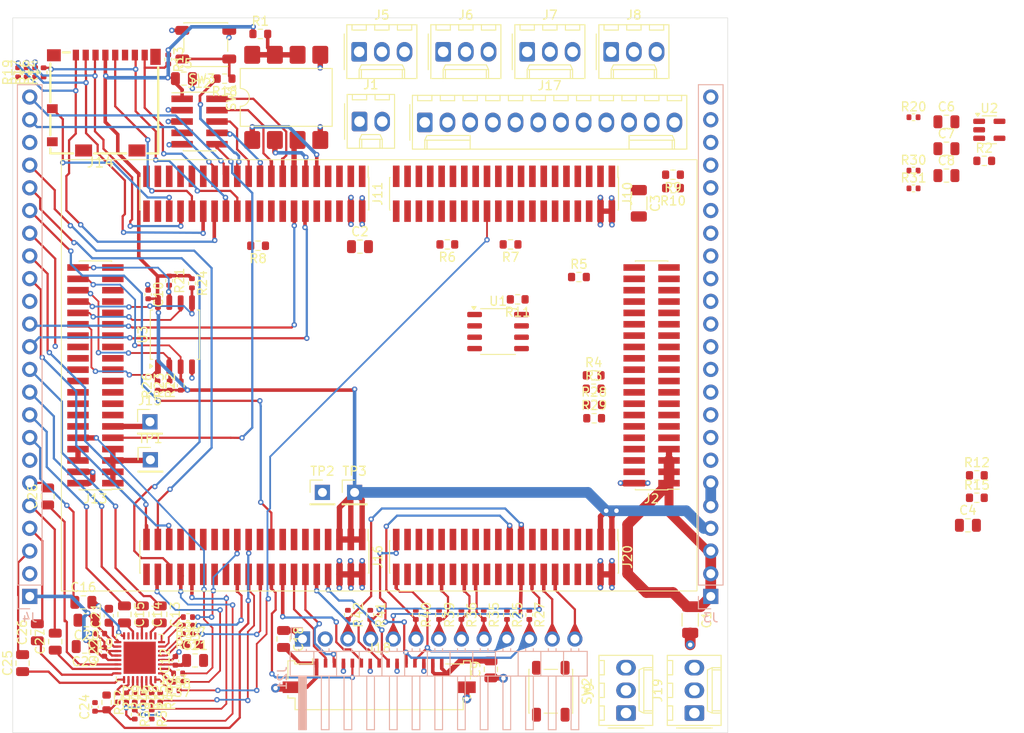
<source format=kicad_pcb>
(kicad_pcb (version 20241229) (generator "pcbnew") (generator_version "9.0")
  (layers (0 "F.Cu" signal) (2 "B.Cu" signal) (13 "F.Paste" user) (15 "B.Paste" user) (5 "F.SilkS" user "F.Silkscreen") (7 "B.SilkS" user "B.Silkscreen") (1 "F.Mask" user) (3 "B.Mask" user) (25 "Edge.Cuts" user))
  (net 0 "")
  (net 1 "GND")
  (net 2 "+5V")
  (net 3 "VBUS")
  (net 4 "+3.3V")
  (net 5 "+BATT")
  (net 6 "/I2C4_SCL")
  (net 7 "/USART4_RX")
  (net 8 "/AXP_PWR_ON")
  (net 9 "/USART2_TX")
  (net 10 "/USART4_TX")
  (net 11 "/I2C4_SDA")
  (net 12 "/BOOT0")
  (net 13 "/BOOT1")
  (net 14 "/SDMMC1_D0")
  (net 15 "/BOOT2")
  (net 16 "/SDMMC1_D3")
  (net 17 "/SDMMC1_CK")
  (net 18 "/NJTRST")
  (net 19 "/JTMS-SWDIO")
  (net 20 "/GPIO_RESET_OUT")
  (net 21 "/JTCK-SWCLK")
  (net 22 "/JTDI")
  (net 23 "/SPI4_NSS")
  (net 24 "/ADC2_INP18")
  (net 25 "/JTDO-TRACESWO")
  (net 26 "/USART6_RX")
  (net 27 "/SDMMC1_CMD")
  (net 28 "/I2C6_SCL")
  (net 29 "/I2C6_SDA")
  (net 30 "/ADC1_INP1")
  (net 31 "/SDMMC1_D2")
  (net 32 "/SDMMC1_DET")
  (net 33 "/GPIO_CLOCK_OUT")
  (net 34 "/SDMMC1_D1")
  (net 35 "/SPI2_SCK")
  (net 36 "/USB1_D-")
  (net 37 "/USB1_D+")
  (net 38 "/USART1_TX")
  (net 39 "/USART6_TX")
  (net 40 "/USB_OTG_FS_D+")
  (net 41 "/USART1_RX")
  (net 42 "/USART2_RX")
  (net 43 "/SPI2_MOSI")
  (net 44 "/USB_OTG_FS_D-")
  (net 45 "/NRST")
  (net 46 "/IPS")
  (net 47 "VDDF")
  (net 48 "/UART7_TX")
  (net 49 "/SPI_CLK")
  (net 50 "/UART7_RX")
  (net 51 "/PWR_ON")
  (net 52 "/SPI_CS")
  (net 53 "/SPI_IO1")
  (net 54 "/SPI_IO0")
  (net 55 "/SPI_IO3")
  (net 56 "/SPI_IO2")
  (net 57 "/SDMMC3_D1")
  (net 58 "/SPI4_SCK")
  (net 59 "/I2C2_SCL")
  (net 60 "/DSI_D0P")
  (net 61 "/USART3_RX")
  (net 62 "/SAI2_MCLK_A")
  (net 63 "/SPI4_MISO")
  (net 64 "/SDMMC3_CMD")
  (net 65 "/SPI4_GPIO_CS1")
  (net 66 "/DSI_D1N")
  (net 67 "/SAI2_SCK_A")
  (net 68 "/SAI2_SD_B")
  (net 69 "/DSI_CKP")
  (net 70 "/CODEC_PDN")
  (net 71 "/USART3_TX")
  (net 72 "/SDMMC3_CK")
  (net 73 "/DSI_D0N")
  (net 74 "/SDMMC3_D3")
  (net 75 "/DSI_CKN")
  (net 76 "/SDMMC3_D0")
  (net 77 "/SPI2_MISO")
  (net 78 "/SPI2_NSS")
  (net 79 "/SDMMC3_D2")
  (net 80 "/SAI2_FS_A")
  (net 81 "/I2C2_SDA")
  (net 82 "/DSI_D1P")
  (net 83 "/SPI4_MOSI")
  (net 84 "/SAI2_SD_A")
  (net 85 "Net-(J6-Pin_3)")
  (net 86 "/SPI5_SCK")
  (net 87 "/SAI1_SD_A")
  (net 88 "/I2C1_SDA")
  (net 89 "/LCD_RST")
  (net 90 "/SPI5_NSS")
  (net 91 "/LCD_TP_INT")
  (net 92 "/SPI5_MOSI")
  (net 93 "/I2C1_SCL")
  (net 94 "/SPI5_MISO")
  (net 95 "/LCD_TP_RST")
  (net 96 "/LCD_BL")
  (net 97 "/LCD_DC")
  (net 98 "/IN2R")
  (net 99 "/IN2L")
  (net 100 "/IN1R")
  (net 101 "/IN1L")
  (net 102 "+3.3VA")
  (net 103 "GNDA")
  (net 104 "/OUT2R")
  (net 105 "/OUT2L")
  (net 106 "/OUT1R")
  (net 107 "/OUT1L")
  (net 108 "Net-(J7-Pin_3)")
  (net 109 "Net-(J8-Pin_3)")
  (net 110 "/ SAI1_SD_B")
  (net 115 "/USB_OTG_FS_ID")
  (net 116 "/USB1_OC_DETECT")
  (net 118 "Net-(J6-Pin_1)")
  (net 119 "Net-(J7-Pin_1)")
  (net 120 "Net-(J8-Pin_1)")
  (net 121 "Net-(J9-Pin_1)")
  (net 123 "/USB2_D+")
  (net 125 "/USB1_DRV")
  (net 144 "/USB2_D-")
  (net 145 "Net-(U4-IN4P)")
  (net 146 "Net-(U4-IN3P)")
  (net 147 "Net-(U4-IN2P)")
  (net 148 "Net-(U4-IN1P)")
  (net 149 "Net-(U4-AVDRV)")
  (net 150 "Net-(U4-VCOM)")
  (net 151 "Net-(U4-AOUT2R)")
  (net 152 "Net-(U4-AOUT2L)")
  (net 153 "Net-(U4-AOUT1R)")
  (net 154 "Net-(U4-AOUT1L)")
  (net 155 "/CAN1_STBY")
  (net 156 "/CAN1_TX")
  (net 157 "/CAN1_RX")
  (net 158 "Net-(U1-RxD)")
  (net 159 "Net-(U4-LRCK)")
  (net 160 "Net-(U4-BICK)")
  (net 161 "Net-(U4-MCLK)")
  (net 162 "Net-(U4-SDIN1)")
  (net 163 "Net-(U4-SDIN2)")
  (net 164 "Net-(U4-SDOUT2)")
  (net 165 "Net-(U4-SDOUT1)")
  (net 166 "Net-(U4-SDA{slash}MISO)")
  (net 167 "Net-(U4-SCL{slash}SCLK)")
  (net 168 "Net-(U4-PDN)")
  (net 169 "Net-(U4-MOSI)")
  (net 170 "Net-(U4-I2CAD{slash}CS)")
  (net 176 "Net-(J17-Pin_3)")
  (net 203 "Net-(J5-Pin_1)")
  (net 204 "Net-(J5-Pin_3)")
  (net 205 "Net-(J9-Pin_2)")
  (net 221 "Net-(J10-Pin_9)")
  (net 256 "Net-(J19-Pin_3)")
  (net 257 "Net-(J19-Pin_1)")
  (net 258 "Net-(R1-Pad2)")
  (footprint "Capacitor_SMD:C_0805_2012Metric" (layer "F.Cu") (at 108.75 132.55)
    (property "Reference" "C11")
    (property "Value" "22u")
  )
  (footprint "Capacitor_SMD:C_0805_2012Metric" (layer "F.Cu") (at 195.225 117.43)
    (property "Reference" "C4")
    (property "Value" "100n")
  )
  (footprint "Capacitor_SMD:C_0603_1608Metric" (layer "F.Cu") (at 108.5 130.8)
    (property "Reference" "C17")
    (property "Value" "2.2u")
  )
  (footprint "Connector_Molex:Molex_KK-254_AE-6410-02A_1x02_P2.54mm_Vertical" (layer "F.Cu") (at 127.15 72.25)
    (property "Reference" "J1")
    (property "Value" "BAT_CON")
  )
  (footprint "Connector_PinHeader_2.54mm:PinHeader_1x01_P2.54mm_Vertical" (layer "F.Cu") (at 103.75 110.1)
    (property "Reference" "TP1")
    (property "Value" "TestPoint")
  )
  (footprint "Capacitor_SMD:C_0805_2012Metric" (layer "F.Cu") (at 192.82 78.3)
    (property "Reference" "C8")
    (property "Value" "47u")
  )
  (footprint "Resistor_SMD:R_0603_1608Metric" (layer "F.Cu") (at 151.7 89.65)
    (property "Reference" "R5")
    (property "Value" "22")
  )
  (footprint "Resistor_SMD:R_0603_1608Metric" (layer "F.Cu") (at 136.975 86 180)
    (property "Reference" "R6")
    (property "Value" "22")
  )
  (footprint "Connector_PinHeader_2.54mm:PinHeader_1x01_P2.54mm_Vertical" (layer "F.Cu") (at 103.7 105.85)
    (property "Reference" "J15")
    (property "Value" "PWR_ON_CON")
  )
  (footprint "Resistor_SMD:R_0402_1005Metric" (layer "F.Cu") (at 107.95 129.6 180)
    (property "Reference" "R32")
    (property "Value" "22")
  )
  (footprint "Capacitor_SMD:C_0805_2012Metric" (layer "F.Cu") (at 96.4 131 180)
    (property "Reference" "C23")
    (property "Value" "22u")
  )
  (footprint "Package_SO:SOIC-8_5.3x5.3mm_P1.27mm" (layer "F.Cu") (at 106.5 96.1 90)
    (property "Reference" "U3")
    (property "Value" "W25Q128JVS")
  )
  (footprint "Capacitor_SMD:C_0805_2012Metric" (layer "F.Cu") (at 89.45 132.85 90)
    (property "Reference" "C25")
    (property "Value" "1u_SMD")
  )
  (footprint "Resistor_SMD:R_0402_1005Metric" (layer "F.Cu") (at 102 138.6 -90)
    (property "Reference" "R50")
    (property "Value" "10k")
  )
  (footprint "Capacitor_SMD:C_0805_2012Metric" (layer "F.Cu") (at 102.85 127.4 -90)
    (property "Reference" "C14")
    (property "Value" "1u_SMD")
  )
  (footprint "Resistor_SMD:R_0402_1005Metric" (layer "F.Cu") (at 136.05 127.45 -90)
    (property "Reference" "R39")
    (property "Value" "47k")
  )
  (footprint "Capacitor_SMD:C_0805_2012Metric" (layer "F.Cu") (at 93.1 130.45 90)
    (property "Reference" "C27")
    (property "Value" "1u_SMD")
  )
  (footprint "Resistor_SMD:R_0402_1005Metric" (layer "F.Cu") (at 189.14 71.77)
    (property "Reference" "R20")
    (property "Value" "47k")
  )
  (footprint "kicadlib:Molex_uSD_1040310811" (layer "F.Cu") (at 98.55 70.15 180)
    (property "Reference" "J14")
    (property "Value" "Micro_SD_Card" (hide yes))
  )
  (footprint "Resistor_SMD:R_0603_1608Metric" (layer "F.Cu") (at 144.85 92.15 180)
    (property "Reference" "R11")
    (property "Value" "680")
  )
  (footprint "Capacitor_SMD:C_0805_2012Metric" (layer "F.Cu") (at 100.85 127.4 -90)
    (property "Reference" "C15")
    (property "Value" "1u_SMD")
  )
  (footprint "Resistor_SMD:R_0402_1005Metric" (layer "F.Cu") (at 104.85 136.7 -90)
    (property "Reference" "R44")
    (property "Value" "22")
  )
  (footprint "Resistor_SMD:R_0402_1005Metric" (layer "F.Cu") (at 90.85 66.75 90)
    (property "Reference" "R16")
    (property "Value" "47k")
  )
  (footprint "Resistor_SMD:R_0402_1005Metric" (layer "F.Cu") (at 138.55 127.45 -90)
    (property "Reference" "R36")
    (property "Value" "47k")
  )
  (footprint "Resistor_SMD:R_0402_1005Metric" (layer "F.Cu") (at 100.1 136.7 -90)
    (property "Reference" "R47")
    (property "Value" "22")
  )
  (footprint "Capacitor_SMD:C_0805_2012Metric" (layer "F.Cu") (at 141.85 133.55 90)
    (property "Reference" "C9")
    (property "Value" "47u")
  )
  (footprint "Resistor_SMD:R_0402_1005Metric" (layer "F.Cu") (at 89.9 66.75 90)
    (property "Reference" "R17")
    (property "Value" "47k")
  )
  (footprint "Connector_PinHeader_2.54mm:PinHeader_1x01_P2.54mm_Vertical" (layer "F.Cu") (at 126.6 113.75)
    (property "Reference" "TP3")
    (property "Value" "TestPoint")
  )
  (footprint "Resistor_SMD:R_0402_1005Metric" (layer "F.Cu") (at 103.9 138.6 -90)
    (property "Reference" "R51")
    (property "Value" "10k")
  )
  (footprint "Connector_Molex:Molex_KK-254_AE-6410-03A_1x03_P2.54mm_Vertical" (layer "F.Cu") (at 136.51 64.45)
    (property "Reference" "J6")
    (property "Value" "IGB_NEXT")
  )
  (footprint "Capacitor_SMD:C_0805_2012Metric" (layer "F.Cu") (at 96.6 128.05 180)
    (property "Reference" "C20")
    (property "Value" "22u")
  )
  (footprint "Resistor_SMD:R_0603_1608Metric" (layer "F.Cu") (at 162.225 79.7 180)
    (property "Reference" "R10")
    (property "Value" "22")
  )
  (footprint "Resistor_SMD:R_0402_1005Metric" (layer "F.Cu") (at 107.95 127.7 180)
    (property "Reference" "R34")
    (property "Value" "22")
  )
  (footprint "Capacitor_SMD:C_1206_3216Metric" (layer "F.Cu") (at 158.4 81.4 -90)
    (property "Reference" "C3")
    (property "Value" "100u")
  )
  (footprint "Resistor_SMD:R_0603_1608Metric" (layer "F.Cu") (at 153.4 103.95)
    (property "Reference" "R28")
    (property "Value" "22")
  )
  (footprint "Resistor_SMD:R_0402_1005Metric" (layer "F.Cu") (at 106.85 134.95 180)
    (property "Reference" "R37")
    (property "Value" "22")
  )
  (footprint "Package_SO:SOP-8_3.9x4.9mm_P1.27mm" (layer "F.Cu") (at 142.65 95.75)
    (property "Reference" "U1")
    (property "Value" "SIT1050T")
  )
  (footprint "Connector_PinHeader_1.27mm:PinHeader_2x20_P1.27mm_Vertical_SMD" (layer "F.Cu") (at 97.6 100.65 180)
    (property "Reference" "J13")
    (property "Value" "STMP157_GPIO4")
  )
  (footprint "Connector_PinHeader_2.54mm:PinHeader_1x01_P2.54mm_Vertical" (layer "F.Cu") (at 123 113.75)
    (property "Reference" "TP2")
    (property "Value" "TestPoint")
  )
  (footprint "Button_Switch_SMD:SW_SPST_PTS647_Sx38" (layer "F.Cu") (at 109.95 63.65 180)
    (property "Reference" "SW3")
    (property "Value" "SW_Push")
  )
  (footprint "Resistor_SMD:R_0603_1608Metric" (layer "F.Cu") (at 153.35 100.65)
    (property "Reference" "R4")
    (property "Value" "22")
  )
  (footprint "Resistor_SMD:R_0402_1005Metric" (layer "F.Cu") (at 91.8 66.75 90)
    (property "Reference" "R14")
    (property "Value" "47k")
  )
  (footprint "Resistor_SMD:R_0402_1005Metric" (layer "F.Cu") (at 102.95 136.7 -90)
    (property "Reference" "R48")
    (property "Value" "10k")
  )
  (footprint "Resistor_SMD:R_0402_1005Metric" (layer "F.Cu") (at 133.45 127.45 -90)
    (property "Reference" "R40")
    (property "Value" "47k")
  )
  (footprint "Capacitor_SMD:C_1206_3216Metric" (layer "F.Cu") (at 164.15 128 -90)
    (property "Reference" "C1")
    (property "Value" "100u")
  )
  (footprint "Capacitor_SMD:C_0805_2012Metric" (layer "F.Cu") (at 107.5 67.45)
    (property "Reference" "C5")
    (property "Value" "47u")
  )
  (footprint "Capacitor_SMD:C_0402_1005Metric" (layer "F.Cu") (at 103.5 91.6 -90)
    (property "Reference" "C10")
    (property "Value" "100n")
  )
  (footprint "Capacitor_SMD:C_0402_1005Metric" (layer "F.Cu") (at 106.55 132.6 90)
    (property "Reference" "C12")
    (property "Value" "100n")
  )
  (footprint "Resistor_SMD:R_0402_1005Metric" (layer "F.Cu") (at 105.9 101.8 90)
    (property "Reference" "R23")
    (property "Value" "47k")
  )
  (footprint "Resistor_SMD:R_0402_1005Metric" (layer "F.Cu") (at 103.9 136.7 -90)
    (property "Reference" "R45")
    (property "Value" "22")
  )
  (footprint "Resistor_SMD:R_0603_1608Metric" (layer "F.Cu") (at 197.05 76.65)
    (property "Reference" "R2")
    (property "Value" "0")
  )
  (footprint "Connector_PinHeader_1.27mm:PinHeader_2x20_P1.27mm_Vertical_SMD" (layer "F.Cu") (at 143.32 120.97 -90)
    (property "Reference" "J20")
    (property "Value" "STMP157_GPIO6")
  )
  (footprint "Capacitor_SMD:C_0402_1005Metric" (layer "F.Cu") (at 98.6 131.6 90)
    (property "Reference" "C22")
    (property "Value" "100n")
  )
  (footprint "Resistor_SMD:R_0603_1608Metric" (layer "F.Cu") (at 112.05 67.45 180)
    (property "Reference" "R18")
    (property "Value" "0")
  )
  (footprint "Resistor_SMD:R_0402_1005Metric" (layer "F.Cu") (at 107.15 101.8 90)
    (property "Reference" "R22")
    (property "Value" "47k")
  )
  (footprint "kicadlib:NPTH-3.3mm" (layer "F.Cu") (at 161.1 120.97 180)
    (property "Reference" "REF**" (hide yes))
    (property "Value" "NPTH-3.3mm")
  )
  (footprint "Resistor_SMD:R_0603_1608Metric" (layer "F.Cu") (at 98.85 137.25 -90)
    (property "Reference" "R52")
    (property "Value" "10k")
  )
  (footprint "Capacitor_SMD:C_0402_1005Metric" (layer "F.Cu") (at 97.55 137.75 90)
    (property "Reference" "C24")
    (property "Value" "100n")
  )
  (footprint "Resistor_SMD:R_0402_1005Metric" (layer "F.Cu") (at 106.45 135.9)
    (property "Reference" "R43")
    (property "Value" "22")
  )
  (footprint "Resistor_SMD:R_0402_1005Metric" (layer "F.Cu") (at 189.14 79.73)
    (property "Reference" "R31")
    (property "Value" "10k")
  )
  (footprint "Resistor_SMD:R_0402_1005Metric" (layer "F.Cu") (at 107.95 128.65 180)
    (property "Reference" "R33")
    (property "Value" "22")
  )
  (footprint "Resistor_SMD:R_0402_1005Metric" (layer "F.Cu") (at 106.85 134 180)
    (property "Reference" "R38")
    (property "Value" "22")
  )
  (footprint "Resistor_SMD:R_0402_1005Metric" (layer "F.Cu") (at 101.05 136.7 -90)
    (property "Reference" "R49")
    (property "Value" "10k")
  )
  (footprint "Resistor_SMD:R_0603_1608Metric" (layer "F.Cu") (at 196.225 114.35)
    (property "Reference" "R15")
    (property "Value" "680")
  )
  (footprint "Resistor_SMD:R_0402_1005Metric" (layer "F.Cu") (at 189.14 77.74)
    (property "Reference" "R30")
    (property "Value" "10k")
  )
  (footprint "Resistor_SMD:R_0402_1005Metric" (layer "F.Cu") (at 143.65 127.45 -90)
    (property "Reference" "R25")
    (property "Value" "10k")
  )
  (footprint "Capacitor_SMD:C_0805_2012Metric" (layer "F.Cu") (at 127.2 86.25)
    (property "Reference" "C2")
    (property "Value" "47u")
  )
  (footprint "Button_Switch_SMD:SW_SPST_PTS647_Sx38" (layer "F.Cu") (at 148.55 136 -90)
    (property "Reference" "SW2")
    (property "Value" "SW_Push")
  )
  (footprint "Capacitor_SMD:C_0402_1005Metric" (layer "F.Cu") (at 98.15 129.55 180)
    (property "Reference" "C19")
    (property "Value" "100n")
  )
  (footprint "Connector_Molex:Molex_KK-254_AE-6410-03A_1x03_P2.54mm_Vertical" (layer "F.Cu") (at 145.91 64.45)
    (property "Reference" "J7")
    (property "Value" "IGB2_NEXT")
  )
  (footprint "Resistor_SMD:R_0603_1608Metric" (layer "F.Cu") (at 153.35 102.15)
    (property "Reference" "R3")
    (property "Value" "22")
  )
  (footprint "kicadlib:NPTH-3.3mm" (layer "F.Cu") (at 97.6 80.33 180)
    (property "Reference" "REF**" (hide yes))
    (property "Value" "NPTH-3.3mm")
  )
  (footprint "Resistor_SMD:R_0402_1005Metric" (layer "F.Cu") (at 105.85 90.05 -90)
    (property "Reference" "R21")
    (property "Value" "47k")
  )
  (footprint "Resistor_SMD:R_0402_1005Metric" (layer "F.Cu") (at 105.75 65.3 -90)
    (property "Reference" "R13")
    (property "Value" "47k")
  )
  (footprint "Connector_PinHeader_1.27mm:PinHeader_2x20_P1.27mm_Vertical_SMD" (layer "F.Cu") (at 159.83 100.65 180)
    (property "Reference" "J2")
    (property "Value" "STMP157_GPIO1")
  )
  (footprint "Resistor_SMD:R_0402_1005Metric" (layer "F.Cu") (at 141.05 127.45 -90)
    (property "Reference" "R35")
    (property "Value" "47k")
  )
  (footprint "Capacitor_SMD:C_0805_2012Metric" (layer "F.Cu") (at 92.25 114.2 90)
    (property "Reference" "C28")
    (property "Value" "1u_SMD")
  )
  (footprint "Capacitor_SMD:C_0805_2012Metric" (layer "F.Cu") (at 96.25 126.05)
    (property "Reference" "C16")
    (property "Value" "1u_SMD")
  )
  (footprint "Connector_Molex:Molex_KK-254_AE-6410-12A_1x12_P2.54mm_Vertical" (layer "F.Cu") (at 134.45 72.35)
    (property "Reference" "J17")
    (property "Value" "USB_CONN")
  )
  (footprint "Resistor_SMD:R_0603_1608Metric" (layer "F.Cu") (at 116.05 62.45)
    (property "Reference" "R1")
    (property "Value" "470")
  )
  (footprint "Resistor_SMD:R_0402_1005Metric" (layer "F.Cu") (at 125.85 127.45 -90)
    (property "Reference" "R42")
    (property "Value" "47k")
  )
  (footprint "Resistor_SMD:R_0603_1608Metric" (layer "F.Cu") (at 153.4 105.45)
    (property "Reference" "R29")
    (property "Value" "22")
  )
  (footprint "Resistor_SMD:R_0402_1005Metric" (layer "F.Cu") (at 102 136.7 -90)
    (property "Reference" "R46")
    (property "Value" "22")
  )
  (footprint "Connector_PinHeader_1.27mm:PinHeader_2x20_P1.27mm_Vertical_SMD" (layer "F.Cu") (at 115.38 80.33 -90)
    (property "Reference" "J11")
    (property "Value" "STMP157_GPIO3")
  )
  (footprint "Capacitor_SMD:C_0805_2012Metric" (layer "F.Cu") (at 104.85 127.4 -90)
    (property "Reference" "C13")
    (property "Value" "1u_SMD")
  )
  (footprint "Capacitor_SMD:C_0805_2012Metric" (layer "F.Cu") (at 91.1 129.4 90)
    (property "Reference" "C26")
    (property "Value" "1u_SMD")
  )
  (footprint "Connector_PinHeader_1.27mm:PinHeader_2x20_P1.27mm_Vertical_SMD" (layer "F.Cu") (at 115.38 120.97 -90)
    (property "Reference" "J16")
    (property "Value" "STMP157_GPIO5")
  )
  (footprint "Package_DIP:SMDIP-8_W9.53mm" (layer "F.Cu") (at 118.95 69.55 90)
    (property "Reference" "SW1")
    (property "Value" "SW_DIP_x04")
  )
  (footprint "Connector_FFC-FPC:Molex_200528-0150_1x15-1MP_P1.00mm_Horizontal" (layer "F.Cu") (at 129.35 133.76)
    (property "Reference" "J18")
    (property "Value" "FPA-VZA2-15-LF")
  )
  (footprint "Package_TO_SOT_SMD:SOT-23-5" (layer "F.Cu") (at 197.62 73.175)
    (property "Reference" "U2")
    (property "Value" "TPS2041B")
  )
  (footprint "Capacitor_SMD:C_0805_2012Metric" (layer "F.Cu") (at 192.82 75.29)
    (property "Reference" "C7")
    (property "Value" "47u")
  )
  (footprint "Capacitor_SMD:C_0805_2012Metric" (layer "F.Cu") (at 118.65 130.15 -90)
    (property "Reference" "C18")
    (property "Value" "47u")
  )
  (footprint "Resistor_SMD:R_0603_1608Metric" (layer "F.Cu") (at 162.225 78.2 180)
    (property "Reference" "R9")
    (property "Value" "22")
  )
  (footprint "Resistor_SMD:R_0402_1005Metric" (layer "F.Cu") (at 88.95 66.75 90)
    (property "Reference" "R19")
    (property "Value" "47k")
  )
  (footprint "Connector_Molex:Molex_KK-254_AE-6410-03A_1x03_P2.54mm_Vertical" (layer "F.Cu") (at 127.11 64.45)
    (property "Reference" "J5")
    (property "Value" "IGB_PREV")
  )
  (footprint "Connector_Molex:Molex_KK-254_AE-6410-03A_1x03_P2.54mm_Vertical" (layer "F.Cu") (at 155.31 64.45)
    (property "Reference" "J8")
    (property "Value" "IGB3_NEXT")
  )
  (footprint "kicadlib:NPTH-3mm" (layer "F.Cu") (at 91.35 137.65)
    (property "Reference" "REF**" (hide yes))
    (property "Value" "NPTH-3mm")
  )
  (footprint "Resistor_SMD:R_0402_1005Metric" (layer "F.Cu") (at 108.4 90.35 -90)
    (property "Reference" "R24")
    (property "Value" "47k")
  )
  (footprint "Connector_Molex:Molex_KK-254_AE-6410-03A_1x03_P2.54mm_Vertical" (layer "F.Cu") (at 164.62 138.44 90)
    (property "Reference" "J19")
    (property "Value" "I2C")
  )
  (footprint "Resistor_SMD:R_0603_1608Metric" (layer "F.Cu") (at 196.225 111.84)
    (property "Reference" "R12")
    (property "Value" "330")
  )
  (footprint "Resistor_SMD:R_0603_1608Metric" (layer "F.Cu") (at 115.8 86.15 180)
    (property "Reference" "R8")
    (property "Value" "22")
  )
  (footprint "Connector_Molex:Molex_KK-254_AE-6410-03A_1x03_P2.54mm_Vertical" (layer "F.Cu") (at 156.97 138.44 90)
    (property "Reference" "J9")
    (property "Value" "CAN")
  )
  (footprint "Package_DFN_QFN:QFN-32-1EP_5x5mm_P0.5mm_EP3.6x3.6mm" (layer "F.Cu") (at 102.55 132.25 180)
    (property "Reference" "U4")
    (property "Value" "AK4619")
  )
  (footprint "kicadlib:NPTH-3mm" (layer "F.Cu") (at 165.35 63.65)
    (property "Reference" "REF**" (hide yes))
    (property "Value" "NPTH-3mm")
  )
  (footprint "Connector_PinHeader_1.27mm:PinHeader_2x05_P1.27mm_Vertical_SMD" (layer "F.Cu") (at 109.25 72.25)
    (property "Reference" "J12")
    (property "Value" "JTAG")
  )
  (footprint "Resistor_SMD:R_0402_1005Metric" (layer "F.Cu") (at 146.15 127.45 -90)
    (property "Reference" "R27")
    (property "Value" "10k")
  )
  (footprint "Capacitor_SMD:C_0603_1608Metric" (layer "F.Cu") (at 99.1 127.55 90)
    (property "Reference" "C21")
    (property "Value" "2.2u")
  )
  (footprint "Resistor_SMD:R_0402_1005Metric" (layer "F.Cu") (at 128.35 127.45 -90)
    (property "Reference" "R41")
    (property "Value" "47k")
  )
  (footprint "Capacitor_SMD:C_0805_2012Metric" (layer "F.Cu") (at 192.82 72.28)
    (property "Reference" "C6")
    (property "Value" "100n")
  )
  (footprint "Connector_PinHeader_1.27mm:PinHeader_2x20_P1.27mm_Vertical_SMD" (layer "F.Cu") (at 143.32 80.33 -90)
    (property "Reference" "J10")
    (property "Value" "STMP157_GPIO2")
  )
  (footprint "Resistor_SMD:R_0603_1608Metric" (layer "F.Cu") (at 144.05 86 180)
    (property "Reference" "R7")
    (property "Value" "22")
  )
  (footprint "Resistor_SMD:R_0402_1005Metric" (layer "F.Cu") (at 104.55 101.8 90)
    (property "Reference" "R26")
    (property "Value" "47k")
  )
  (footprint "Connector_PinHeader_2.54mm:PinHeader_1x23_P2.54mm_Vertical" (layer "B.Cu") (at 166.45 125.39)
    (property "Reference" "J3")
    (property "Value" "LEFT_CON")
  )
  (footprint "Connector_PinHeader_2.54mm:PinHeader_1x23_P2.54mm_Vertical" (layer "B.Cu") (at 90.25 125.39)
    (property "Reference" "J4")
    (property "Value" "RIGHT_CON")
  )
  (footprint "Connector_PinHeader_2.54mm:PinHeader_1x13_P2.54mm_Horizontal" (layer "B.Cu") (at 120.77 130.15 -90)
    (property "Reference" "J21")
    (property "Value" "Conn_01x13" (hide yes))
  )
  (gr_rect (start 93.79 76.52) (end 164.91 124.78) (stroke (width 0.1)) (fill no) (layer "F.SilkS"))
  (gr_rect (start 88.35 60.65) (end 168.35 140.65) (stroke (width 0.05)) (fill no) (layer "Edge.Cuts"))
  (segment (start 97.3 112.35) (end 97.3 111.5) (width 0.6) (layer "F.Cu") (net 1))
  (segment (start 157.88 112.715) (end 156.365 112.715) (width 0.6) (layer "F.Cu") (net 1))
  (segment (start 155.385 122.92) (end 155.385 124.385) (width 0.6) (layer "F.Cu") (net 1))
  (segment (start 120.45 132.85) (end 118.7 131.1) (width 0.4) (layer "F.Cu") (net 1))
  (segment (start 154.115 82.28) (end 154.115 83.785) (width 0.6) (layer "F.Cu") (net 1))
  (segment (start 107.3 72.25) (end 105.75 72.25) (width 0.4) (layer "F.Cu") (net 1))
  (segment (start 119.55 135.55) (end 119.45 135.65) (width 0.8) (layer "F.Cu") (net 1))
  (segment (start 143.2 134.5) (end 143.25 134.55) (width 0.6) (layer "F.Cu") (net 1))
  (segment (start 126.175 122.92) (end 124.905 122.92) (width 0.7) (layer "F.Cu") (net 1))
  (segment (start 122.35 134.45) (end 121.25 135.55) (width 0.4) (layer "F.Cu") (net 1))
  (segment (start 96.935 112.715) (end 97.3 112.35) (width 0.6) (layer "F.Cu") (net 1))
  (segment (start 122.76 66.24) (end 122.75 66.25) (width 0.6) (layer "F.Cu") (net 1))
  (segment (start 108.405 100.945) (end 108.4 100.95) (width 0.3) (layer "F.Cu") (net 1))
  (segment (start 106.17 132.5) (end 106.55 132.12) (width 0.25) (layer "F.Cu") (net 1))
  (segment (start 107.3 74.79) (end 105.91 74.79) (width 0.4) (layer "F.Cu") (net 1))
  (segment (start 164.15 129.475) (end 164.15 130.8) (width 1.2) (layer "F.Cu") (net 1))
  (segment (start 122.35 132.85) (end 122.35 134.45) (width 0.4) (layer "F.Cu") (net 1))
  (segment (start 157.88 112.715) (end 159.385 112.715) (width 0.6) (layer "F.Cu") (net 1))
  (segment (start 154.115 122.92) (end 154.115 124.385) (width 0.6) (layer "F.Cu") (net 1))
  (segment (start 95.65 111.445) (end 97.245 111.445) (width 0.6) (layer "F.Cu") (net 1))
  (segment (start 155.385 80.835) (end 155.35 80.8) (width 0.6) (layer "F.Cu") (net 1))
  (segment (start 126.175 124.425) (end 126.2 124.45) (width 0.6) (layer "F.Cu") (net 1))
  (segment (start 119.45 135.65) (end 117.75 135.65) (width 0.8) (layer "F.Cu") (net 1))
  (segment (start 124.905 124.445) (end 124.9 124.45) (width 0.6) (layer "F.Cu") (net 1))
  (segment (start 126.175 83.725) (end 126.2 83.75) (width 0.6) (layer "F.Cu") (net 1))
  (segment (start 122.76 64.785) (end 122.76 66.24) (width 0.6) (layer "F.Cu") (net 1))
  (segment (start 112.575 62.05) (end 112.575 62.825) (width 0.4) (layer "F.Cu") (net 1))
  (segment (start 154.115 82.28) (end 155.385 82.28) (width 0.6) (layer "F.Cu") (net 1))
  (segment (start 122.76 74.315) (end 122.76 72.86) (width 0.6) (layer "F.Cu") (net 1))
  (segment (start 154.115 83.785) (end 154.1 83.8) (width 0.6) (layer "F.Cu") (net 1))
  (segment (start 124.905 122.92) (end 124.905 121.405) (width 0.6) (layer "F.Cu") (net 1))
  (segment (start 154.115 124.385) (end 154.1 124.4) (width 0.6) (layer "F.Cu") (net 1))
  (segment (start 122.35 132.85) (end 120.45 132.85) (width 0.4) (layer "F.Cu") (net 1))
  (segment (start 127.445 82.28) (end 127.445 80.805) (width 0.6) (layer "F.Cu") (net 1))
  (segment (start 159.385 112.715) (end 159.4 112.7) (width 0.6) (layer "F.Cu") (net 1))
  (segment (start 131.35 132.85) (end 131.35 133.75) (width 0.4) (layer "F.Cu") (net 1))
  (segment (start 125.35 132.85) (end 125.35 133.75) (width 0.4) (layer "F.Cu") (net 1))
  (segment (start 139.15 135.55) (end 139.15 136.85) (width 0.6) (layer "F.Cu") (net 1))
  (segment (start 108.45 67.45) (end 108.45 68.55) (width 0.4) (layer "F.Cu") (net 1))
  (segment (start 105 132.5) (end 106.17 132.5) (width 0.25) (layer "F.Cu") (net 1))
  (segment (start 126.175 82.28) (end 126.175 83.725) (width 0.6) (layer "F.Cu") (net 1))
  (segment (start 155.385 82.28) (end 155.385 80.835) (width 0.6) (layer "F.Cu") (net 1))
  (segment (start 154.115 122.92) (end 155.385 122.92) (width 0.7) (layer "F.Cu") (net 1))
  (segment (start 154.115 82.28) (end 154.115 80.765) (width 0.6) (layer "F.Cu") (net 1))
  (segment (start 126.175 82.28) (end 126.175 80.775) (width 0.6) (layer "F.Cu") (net 1))
  (segment (start 155.385 122.92) (end 155.385 121.415) (width 0.6) (layer "F.Cu") (net 1))
  (segment (start 127.445 122.92) (end 126.175 122.92) (width 0.7) (layer "F.Cu") (net 1))
  (segment (start 112.575 62.825) (end 112.55 62.85) (width 0.4) (layer "F.Cu") (net 1))
  (segment (start 106.55 132) (end 106.55 132.12) (width 0.3) (layer "F.Cu") (net 1))
  (segment (start 106.55 131.97) (end 106.55 132.12) (width 0.3) (layer "F.Cu") (net 1))
  (segment (start 126.175 121.425) (end 126.15 121.4) (width 0.6) (layer "F.Cu") (net 1))
  (segment (start 107.3 70.98) (end 105.78 70.98) (width 0.4) (layer "F.Cu") (net 1))
  (segment (start 97.245 111.445) (end 97.3 111.5) (width 0.6) (layer "F.Cu") (net 1))
  (segment (start 105.91 74.79) (end 105.85 74.85) (width 0.3) (layer "F.Cu") (net 1))
  (segment (start 127.445 122.92) (end 127.445 124.395) (width 0.6) (layer "F.Cu") (net 1))
  (segment (start 155.385 83.785) (end 155.4 83.8) (width 0.6) (layer "F.Cu") (net 1))
  (segment (start 154.115 80.765) (end 154.1 80.75) (width 0.6) (layer "F.Cu") (net 1))
  (segment (start 127.445 80.805) (end 127.45 80.8) (width 0.6) (layer "F.Cu") (net 1))
  (segment (start 124.905 122.92) (end 124.905 124.445) (width 0.6) (layer "F.Cu") (net 1))
  (segment (start 127.445 122.92) (end 127.445 121.405) (width 0.6) (layer "F.Cu") (net 1))
  (segment (start 121.25 135.55) (end 119.55 135.55) (width 0.4) (layer "F.Cu") (net 1))
  (segment (start 155.385 121.415) (end 155.4 121.4) (width 0.6) (layer "F.Cu") (net 1))
  (segment (start 134.35 132.85) (end 134.35 133.75) (width 0.4) (layer "F.Cu") (net 1))
  (segment (start 127.445 83.745) (end 127.45 83.75) (width 0.6) (layer "F.Cu") (net 1))
  (segment (start 126.175 122.92) (end 126.175 121.425) (width 0.6) (layer "F.Cu") (net 1))
  (segment (start 126.175 80.775) (end 126.2 80.75) (width 0.6) (layer "F.Cu") (net 1))
  (segment (start 155.385 124.385) (end 155.4 124.4) (width 0.6) (layer "F.Cu") (net 1))
  (segment (start 106.95 131.6) (end 106.55 132) (width 0.3) (layer "F.Cu") (net 1))
  (segment (start 155.385 82.28) (end 155.385 83.785) (width 0.6) (layer "F.Cu") (net 1))
  (segment (start 107.325 62.05) (end 106.15 62.05) (width 0.4) (layer "F.Cu") (net 1))
  (segment (start 103.5 91.12) (end 103.5 90.55) (width 0.4) (layer "F.Cu") (net 1))
  (segment (start 118.7 131.1) (end 118.65 131.1) (width 0.4) (layer "F.Cu") (net 1))
  (segment (start 95.65 112.715) (end 96.935 112.715) (width 0.6) (layer "F.Cu") (net 1))
  (segment (start 128.35 132.85) (end 128.35 133.75) (width 0.4) (layer "F.Cu") (net 1))
  (segment (start 122.76 72.86) (end 122.75 72.85) (width 0.6) (layer "F.Cu") (net 1))
  (segment (start 124.905 121.405) (end 124.9 121.4) (width 0.6) (layer "F.Cu") (net 1))
  (segment (start 105.78 70.98) (end 105.75 70.95) (width 0.4) (layer "F.Cu") (net 1))
  (segment (start 108.405 99.6875) (end 108.405 100.945) (width 0.3) (layer "F.Cu") (net 1))
  (segment (start 141.85 134.5) (end 143.2 134.5) (width 0.6) (layer "F.Cu") (net 1))
  (segment (start 126.175 122.92) (end 126.175 124.425) (width 0.6) (layer "F.Cu") (net 1))
  (segment (start 156.365 112.715) (end 156.35 112.7) (width 0.6) (layer "F.Cu") (net 1))
  (segment (start 127.445 124.395) (end 127.45 124.4) (width 0.6) (layer "F.Cu") (net 1))
  (segment (start 154.115 121.415) (end 154.1 121.4) (width 0.6) (layer "F.Cu") (net 1))
  (segment (start 127.445 121.405) (end 127.45 121.4) (width 0.6) (layer "F.Cu") (net 1))
  (segment (start 154.115 122.92) (end 154.115 121.415) (width 0.6) (layer "F.Cu") (net 1))
  (segment (start 103.5 90.55) (end 103.45 90.5) (width 0.4) (layer "F.Cu") (net 1))
  (segment (start 127.445 82.28) (end 127.445 83.745) (width 0.6) (layer "F.Cu") (net 1))
  (via (at 155.4 83.8) (size 0.6) (drill 0.3) (layers "F.Cu" "B.Cu") (net 1))
  (via (at 106.15 62.05) (size 0.6) (drill 0.3) (layers "F.Cu" "B.Cu") (net 1))
  (via (at 127.45 124.4) (size 0.6) (drill 0.3) (layers "F.Cu" "B.Cu") (net 1))
  (via (at 127.45 83.75) (size 0.6) (drill 0.3) (layers "F.Cu" "B.Cu") (net 1))
  (via (at 154.1 80.75) (size 0.6) (drill 0.3) (layers "F.Cu" "B.Cu") (net 1))
  (via (at 126.2 80.75) (size 0.6) (drill 0.3) (layers "F.Cu" "B.Cu") (net 1))
  (via (at 159.4 112.7) (size 0.6) (drill 0.3) (layers "F.Cu" "B.Cu") (net 1))
  (via (at 128.35 133.75) (size 0.6) (drill 0.3) (layers "F.Cu" "B.Cu") (net 1))
  (via (at 122.75 72.85) (size 0.6) (drill 0.3) (layers "F.Cu" "B.Cu") (net 1))
  (via (at 124.9 124.45) (size 0.6) (drill 0.3) (layers "F.Cu" "B.Cu") (net 1))
  (via (at 154.1 83.8) (size 0.6) (drill 0.3) (layers "F.Cu" "B.Cu") (net 1))
  (via (at 127.45 80.8) (size 0.6) (drill 0.3) (layers "F.Cu" "B.Cu") (net 1))
  (via (at 155.35 80.8) (size 0.6) (drill 0.3) (layers "F.Cu" "B.Cu") (net 1))
  (via (at 105.85 74.85) (size 0.6) (drill 0.3) (layers "F.Cu" "B.Cu") (net 1))
  (via (at 106.95 131.6) (size 0.6) (drill 0.3) (layers "F.Cu" "B.Cu") (net 1))
  (via (at 134.35 133.75) (size 0.6) (drill 0.3) (layers "F.Cu" "B.Cu") (net 1))
  (via (at 126.2 124.45) (size 0.6) (drill 0.3) (layers "F.Cu" "B.Cu") (net 1))
  (via (at 117.75 135.65) (size 1) (drill 0.5) (layers "F.Cu" "B.Cu") (net 1))
  (via (at 139.15 136.85) (size 1) (drill 0.5) (layers "F.Cu" "B.Cu") (net 1))
  (via (at 154.1 121.4) (size 0.6) (drill 0.3) (layers "F.Cu" "B.Cu") (net 1))
  (via (at 155.4 121.4) (size 0.6) (drill 0.3) (layers "F.Cu" "B.Cu") (net 1))
  (via (at 126.2 83.75) (size 0.6) (drill 0.3) (layers "F.Cu" "B.Cu") (net 1))
  (via (at 97.3 111.5) (size 0.6) (drill 0.3) (layers "F.Cu" "B.Cu") (net 1))
  (via (at 143.25 134.55) (size 1) (drill 0.5) (layers "F.Cu" "B.Cu") (net 1))
  (via (at 122.75 66.25) (size 0.6) (drill 0.3) (layers "F.Cu" "B.Cu") (net 1))
  (via (at 105.75 70.95) (size 0.6) (drill 0.3) (layers "F.Cu" "B.Cu") (net 1))
  (via (at 126.15 121.4) (size 0.6) (drill 0.3) (layers "F.Cu" "B.Cu") (net 1))
  (via (at 108.4 100.95) (size 0.6) (drill 0.3) (layers "F.Cu" "B.Cu") (net 1))
  (via (at 112.55 62.85) (size 0.6) (drill 0.3) (layers "F.Cu" "B.Cu") (net 1))
  (via (at 164.15 130.8) (size 1) (drill 0.5) (layers "F.Cu" "B.Cu") (net 1))
  (via (at 156.35 112.7) (size 0.6) (drill 0.3) (layers "F.Cu" "B.Cu") (net 1))
  (via (at 105.75 72.25) (size 0.6) (drill 0.3) (layers "F.Cu" "B.Cu") (net 1))
  (via (at 127.45 121.4) (size 0.6) (drill 0.3) (layers "F.Cu" "B.Cu") (net 1))
  (via (at 125.35 133.75) (size 0.6) (drill 0.3) (layers "F.Cu" "B.Cu") (net 1))
  (via (at 103.45 90.5) (size 0.6) (drill 0.3) (layers "F.Cu" "B.Cu") (net 1))
  (via (at 154.1 124.4) (size 0.6) (drill 0.3) (layers "F.Cu" "B.Cu") (net 1))
  (via (at 131.35 133.75) (size 0.6) (drill 0.3) (layers "F.Cu" "B.Cu") (net 1))
  (via (at 108.45 68.55) (size 0.6) (drill 0.3) (layers "F.Cu" "B.Cu") (net 1))
  (via (at 124.9 121.4) (size 0.6) (drill 0.3) (layers "F.Cu" "B.Cu") (net 1))
  (via (at 155.4 124.4) (size 0.6) (drill 0.3) (layers "F.Cu" "B.Cu") (net 1))
  (segment (start 166.45 115.23) (end 166.45 112.69) (width 1.2) (layer "B.Cu") (net 1))
  (segment (start 166.45 122.85) (end 166.45 120.65) (width 1.2) (layer "F.Cu") (net 2))
  (segment (start 157.15 122.85) (end 159.25 124.95) (width 1.2) (layer "F.Cu") (net 2))
  (segment (start 161.78 115.98) (end 161.78 111.445) (width 1) (layer "F.Cu") (net 2))
  (segment (start 161.78 110.175) (end 161.78 108.905) (width 0.7) (layer "F.Cu") (net 2))
  (segment (start 166.45 120.65) (end 161.78 115.98) (width 1) (layer "F.Cu") (net 2))
  (segment (start 159.25 124.95) (end 162.2125 124.95) (width 1.2) (layer "F.Cu") (net 2))
  (segment (start 161.78 112.715) (end 161.78 110.175) (width 1.2) (layer "F.Cu") (net 2))
  (segment (start 157.15 117.345) (end 157.15 122.85) (width 1.2) (layer "F.Cu") (net 2))
  (segment (start 162.2125 124.95) (end 163.8 126.5375) (width 1.2) (layer "F.Cu") (net 2))
  (segment (start 161.78 112.715) (end 157.15 117.345) (width 1.2) (layer "F.Cu") (net 2))
  (segment (start 163.8 126.5375) (end 165.3025 126.5375) (width 1.2) (layer "F.Cu") (net 2))
  (segment (start 165.3025 126.5375) (end 166.45 125.39) (width 1.2) (layer "F.Cu") (net 2))
  (segment (start 166.45 125.39) (end 166.45 122.85) (width 1.2) (layer "F.Cu") (net 2))
  (segment (start 166.45 120.31) (end 166.45 120.2) (width 1.2) (layer "B.Cu") (net 2))
  (segment (start 135.55 134.05) (end 136.95 134.05) (width 0.4) (layer "F.Cu") (net 4))
  (segment (start 127.445 119.02) (end 127.445 114.595) (width 0.6) (layer "F.Cu") (net 4))
  (segment (start 115.225 61.675) (end 115.25 61.65) (width 0.4) (layer "F.Cu") (net 4))
  (segment (start 101.05 137.85) (end 101.05 138.65) (width 0.25) (layer "F.Cu") (net 4))
  (segment (start 106.55 67.95) (end 107.3 68.7) (width 0.4) (layer "F.Cu") (net 4))
  (segment (start 107.3 68.7) (end 107.3 69.71) (width 0.4) (layer "F.Cu") (net 4))
  (segment (start 102.45 78.097) (end 100.1 75.747) (width 0.4) (layer "F.Cu") (net 4))
  (segment (start 127.445 119.02) (end 126.175 119.02) (width 0.7) (layer "F.Cu") (net 4))
  (segment (start 126.175 119.02) (end 124.905 119.02) (width 0.7) (layer "F.Cu") (net 4))
  (segment (start 127.445 114.595) (end 126.6 113.75) (width 0.6) (layer "F.Cu") (net 4))
  (segment (start 104.55 92.4675) (end 104.55 89.54) (width 0.4) (layer "F.Cu") (net 4))
  (segment (start 155.385 119.02) (end 155.385 116.435) (width 0.6) (layer "F.Cu") (net 4))
  (segment (start 155.9 115.8) (end 155.385 116.315) (width 0.7) (layer "F.Cu") (net 4))
  (segment (start 104.595 93.595) (end 104.65 93.65) (width 0.3) (layer "F.Cu") (net 4))
  (segment (start 101.05 138.65) (end 101.51 139.11) (width 0.25) (layer "F.Cu") (net 4))
  (segment (start 104.595 92.5125) (end 104.595 93.595) (width 0.3) (layer "F.Cu") (net 4))
  (segment (start 106.55 133.08) (end 107.27 133.08) (width 0.4) (layer "F.Cu") (net 4))
  (segment (start 98.712 64.813) (end 98.712 67.112) (width 0.4) (layer "F.Cu") (net 4))
  (segment (start 126.175 114.175) (end 126.6 113.75) (width 0.6) (layer "F.Cu") (net 4))
  (segment (start 106.45 67.35) (end 106.55 67.45) (width 0.25) (layer "F.Cu") (net 4))
  (segment (start 108.06 89.5) (end 105.89 89.5) (width 0.4) (layer "F.Cu") (net 4))
  (segment (start 104.1625 92.08) (end 104.595 92.5125) (width 0.3) (layer "F.Cu") (net 4))
  (segment (start 105.7 67.35) (end 106.45 67.35) (width 0.25) (layer "F.Cu") (net 4))
  (segment (start 126.175 119.02) (end 126.175 114.175) (width 0.6) (layer "F.Cu") (net 4))
  (segment (start 104.55 89.54) (end 105.85 89.54) (width 0.4) (layer "F.Cu") (net 4))
  (segment (start 107.9 102.3) (end 126.5 102.3) (width 0.4) (layer "F.Cu") (net 4))
  (segment (start 124.905 119.02) (end 124.905 115.445) (width 0.6) (layer "F.Cu") (net 4))
  (segment (start 135.35 132.85) (end 135.35 133.85) (width 0.4) (layer "F.Cu") (net 4))
  (segment (start 105.89 89.5) (end 105.85 89.54) (width 0.4) (layer "F.Cu") (net 4))
  (segment (start 106.48 133) (end 105 133) (width 0.25) (layer "F.Cu") (net 4))
  (segment (start 155.385 116.315) (end 155.385 116.435) (width 0.7) (layer "F.Cu") (net 4))
  (segment (start 106.55 133.08) (end 106.55 133.07) (width 0.25) (layer "F.Cu") (net 4))
  (segment (start 138.4 132.6) (end 136.95 134.05) (width 0.6) (layer "F.Cu") (net 4))
  (segment (start 98.7 72.3) (end 98.7 67.2) (width 0.4) (layer "F.Cu") (net 4))
  (segment (start 118.65 129.2) (end 119.82 129.2) (width 0.6) (layer "F.Cu") (net 4))
  (segment (start 103.5 92.08) (end 104.1625 92.08) (width 0.3) (layer "F.Cu") (net 4))
  (segment (start 141.85 132.6) (end 138.4 132.6) (width 0.6) (layer "F.Cu") (net 4))
  (segment (start 106.55 67.45) (end 106.55 67.95) (width 0.4) (layer "F.Cu") (net 4))
  (segment (start 102.45 87.44) (end 102.45 78.097) (width 0.4) (layer "F.Cu") (net 4))
  (segment (start 106.55 133.07) (end 106.48 133) (width 0.25) (layer "F.Cu") (net 4))
  (segment (start 105.9 102.31) (end 104.55 102.31) (width 0.3) (layer "F.Cu") (net 4))
  (segment (start 100.1 73.7) (end 98.7 72.3) (width 0.4) (layer "F.Cu") (net 4))
  (segment (start 98.7 67.2) (end 98.75 67.15) (width 0.4) (layer "F.Cu") (net 4))
  (segment (start 107.27 133.08) (end 107.8 132.55) (width 0.4) (layer "F.Cu") (net 4))
  (segment (start 101.51 139.11) (end 102 139.11) (width 0.25) (layer "F.Cu") (net 4))
  (segment (start 107.16 102.3) (end 107.15 102.31) (width 0.3) (layer "F.Cu") (net 4))
  (segment (start 135.35 133.85) (end 135.55 134.05) (width 0.4) (layer "F.Cu") (net 4))
  (segment (start 107.15 102.31) (end 105.9 102.31) (width 0.3) (layer "F.Cu") (net 4))
  (segment (start 124.905 115.445) (end 126.6 113.75) (width 0.6) (layer "F.Cu") (net 4))
  (segment (start 136.35 133.45) (end 136.95 134.05) (width 0.4) (layer "F.Cu") (net 4))
  (segment (start 104.595 92.5125) (end 104.55 92.4675) (width 0.4) (layer "F.Cu") (net 4))
  (segment (start 101.05 137.21) (end 101.05 137.85) (width 0.25) (layer "F.Cu") (net 4))
  (segment (start 102.95 137.85) (end 102.95 137.21) (width 0.25) (layer "F.Cu") (net 4))
  (segment (start 105.75 64.79) (end 105.75 64.25) (width 0.4) (layer "F.Cu") (net 4))
  (segment (start 119.82 129.2) (end 120.77 130.15) (width 0.6) (layer "F.Cu") (net 4))
  (segment (start 155.385 116.435) (end 154.75 115.8) (width 0.6) (layer "F.Cu") (net 4))
  (segment (start 100.1 75.747) (end 100.1 73.7) (width 0.4) (layer "F.Cu") (net 4))
  (segment (start 154.115 116.435) (end 154.75 115.8) (width 0.6) (layer "F.Cu") (net 4))
  (segment (start 154.115 119.02) (end 154.115 116.435) (width 0.6) (layer "F.Cu") (net 4))
  (segment (start 108.4 89.84) (end 108.06 89.5) (width 0.4) (layer "F.Cu") (net 4))
  (segment (start 98.712 67.112) (end 98.75 67.15) (width 0.4) (layer "F.Cu") (net 4))
  (segment (start 126.5 102.3) (end 126.6 102.2) (width 0.4) (layer "F.Cu") (net 4))
  (segment (start 136.35 132.85) (end 136.35 133.45) (width 0.4) (layer "F.Cu") (net 4))
  (segment (start 107.9 102.3) (end 107.16 102.3) (width 0.3) (layer "F.Cu") (net 4))
  (segment (start 104.55 89.54) (end 102.45 87.44) (width 0.4) (layer "F.Cu") (net 4))
  (segment (start 115.225 62.45) (end 115.225 61.675) (width 0.4) (layer "F.Cu") (net 4))
  (via (at 104.65 93.65) (size 0.6) (drill 0.3) (layers "F.Cu" "B.Cu") (net 4))
  (via (at 107.9 102.3) (size 0.6) (drill 0.3) (layers "F.Cu" "B.Cu") (net 4))
  (via (at 155.9 115.8) (size 1) (drill 0.5) (layers "F.Cu" "B.Cu") (net 4))
  (via (at 105.7 67.35) (size 0.6) (drill 0.3) (layers "F.Cu" "B.Cu") (net 4))
  (via (at 102.95 137.85) (size 0.6) (drill 0.3) (layers "F.Cu" "B.Cu") (net 4))
  (via (at 98.75 67.15) (size 0.6) (drill 0.3) (layers "F.Cu" "B.Cu") (net 4))
  (via (at 126.6 102.2) (size 0.6) (drill 0.3) (layers "F.Cu" "B.Cu") (net 4))
  (via (at 105.75 64.25) (size 0.6) (drill 0.3) (layers "F.Cu" "B.Cu") (net 4))
  (via (at 154.75 115.8) (size 1) (drill 0.5) (layers "F.Cu" "B.Cu") (net 4))
  (via (at 101.05 137.85) (size 0.6) (drill 0.3) (layers "F.Cu" "B.Cu") (net 4))
  (via (at 115.25 61.65) (size 0.6) (drill 0.3) (layers "F.Cu" "B.Cu") (net 4))
  (segment (start 152.7 113.75) (end 126.6 113.75) (width 1.2) (layer "B.Cu") (net 4))
  (segment (start 105.75 67.3) (end 105.7 67.35) (width 0.25) (layer "B.Cu") (net 4))
  (segment (start 155.9 115.8) (end 163.7 115.8) (width 1.2) (layer "B.Cu") (net 4))
  (segment (start 108.35 61.65) (end 105.75 64.25) (width 0.4) (layer "B.Cu") (net 4))
  (segment (start 163.7 115.8) (end 165.67 117.77) (width 1.2) (layer "B.Cu") (net 4))
  (segment (start 105.75 64.25) (end 105.75 67.3) (width 0.4) (layer "B.Cu") (net 4))
  (segment (start 154.75 115.8) (end 152.7 113.75) (width 1.2) (layer "B.Cu") (net 4))
  (segment (start 115.25 61.65) (end 108.35 61.65) (width 0.4) (layer "B.Cu") (net 4))
  (segment (start 101.05 137.85) (end 102.95 137.85) (width 0.25) (layer "B.Cu") (net 4))
  (segment (start 165.67 117.77) (end 166.45 117.77) (width 1.2) (layer "B.Cu") (net 4))
  (segment (start 126.6 102.2) (end 126.6 113.75) (width 0.4) (layer "B.Cu") (net 4))
  (segment (start 98.75 67.15) (end 98.95 67.35) (width 0.4) (layer "B.Cu") (net 4))
  (segment (start 104.65 99.05) (end 107.9 102.3) (width 0.4) (layer "B.Cu") (net 4))
  (segment (start 104.65 93.65) (end 104.65 99.05) (width 0.4) (layer "B.Cu") (net 4))
  (segment (start 98.95 67.35) (end 105.7 67.35) (width 0.4) (layer "B.Cu") (net 4))
  (segment (start 155.9 115.8) (end 154.75 115.8) (width 1.2) (layer "B.Cu") (net 4))
  (segment (start 115.15 72.85) (end 115.15 74.305) (width 0.6) (layer "F.Cu") (net 12))
  (segment (start 122.365 75.965) (end 122.35 75.95) (width 0.4) (layer "F.Cu") (net 12))
  (segment (start 115.15 74.305) (end 115.14 74.315) (width 0.4) (layer "F.Cu") (net 12))
  (segment (start 122.365 78.38) (end 122.365 75.965) (width 0.4) (layer "F.Cu") (net 12))
  (via (at 115.15 72.85) (size 0.6) (drill 0.3) (layers "F.Cu" "B.Cu") (net 12))
  (via (at 122.35 75.95) (size 0.6) (drill 0.3) (layers "F.Cu" "B.Cu") (net 12))
  (segment (start 119.25 72.85) (end 115.15 72.85) (width 0.4) (layer "B.Cu") (net 12))
  (segment (start 122.35 75.95) (end 119.25 72.85) (width 0.4) (layer "B.Cu") (net 12))
  (segment (start 121.15 78.325) (end 121.095 78.38) (width 0.4) (layer "F.Cu") (net 13))
  (segment (start 121.15 76.25) (end 121.15 78.325) (width 0.4) (layer "F.Cu") (net 13))
  (segment (start 117.68 74.315) (end 117.68 75.68) (width 0.6) (layer "F.Cu") (net 13))
  (segment (start 117.68 75.68) (end 117.75 75.75) (width 0.4) (layer "F.Cu") (net 13))
  (via (at 121.15 76.25) (size 0.6) (drill 0.3) (layers "F.Cu" "B.Cu") (net 13))
  (via (at 117.75 75.75) (size 0.6) (drill 0.3) (layers "F.Cu" "B.Cu") (net 13))
  (segment (start 117.75 75.75) (end 120.65 75.75) (width 0.4) (layer "B.Cu") (net 13))
  (segment (start 120.65 75.75) (end 121.15 76.25) (width 0.4) (layer "B.Cu") (net 13))
  (segment (start 112.708776 80.008776) (end 113.475 80.775) (width 0.25) (layer "F.Cu") (net 14))
  (segment (start 102.1 71.1) (end 102.1 66.4) (width 0.25) (layer "F.Cu") (net 14))
  (segment (start 91.8 66.24) (end 92.49 66.24) (width 0.25) (layer "F.Cu") (net 14))
  (segment (start 92.49 66.24) (end 92.65 66.4) (width 0.25) (layer "F.Cu") (net 14))
  (segment (start 109.002176 80.008776) (end 112.708776 80.008776) (width 0.25) (layer "F.Cu") (net 14))
  (segment (start 102.1 66.4) (end 102.1 64.901) (width 0.25) (layer "F.Cu") (net 14))
  (segment (start 104.35 73.35) (end 102.1 71.1) (width 0.25) (layer "F.Cu") (net 14))
  (segment (start 102.1 64.901) (end 102.012 64.813) (width 0.25) (layer "F.Cu") (net 14))
  (segment (start 113.475 80.775) (end 113.475 82.28) (width 0.25) (layer "F.Cu") (net 14))
  (segment (start 104.35 76.55) (end 104.35 73.35) (width 0.25) (layer "F.Cu") (net 14))
  (via (at 102.1 66.4) (size 0.6) (drill 0.3) (layers "F.Cu" "B.Cu") (net 14))
  (via (at 109.002176 80.008776) (size 0.6) (drill 0.3) (layers "F.Cu" "B.Cu") (net 14))
  (via (at 92.65 66.4) (size 0.6) (drill 0.3) (layers "F.Cu" "B.Cu") (net 14))
  (via (at 104.35 76.55) (size 0.6) (drill 0.3) (layers "F.Cu" "B.Cu") (net 14))
  (segment (start 105.85 76.65) (end 109.002176 79.802176) (width 0.25) (layer "B.Cu") (net 14))
  (segment (start 92.65 66.4) (end 102.1 66.4) (width 0.25) (layer "B.Cu") (net 14))
  (segment (start 109.002176 79.802176) (end 109.002176 80.008776) (width 0.25) (layer "B.Cu") (net 14))
  (segment (start 104.35 76.55) (end 104.45 76.65) (width 0.25) (layer "B.Cu") (net 14))
  (segment (start 104.45 76.65) (end 105.85 76.65) (width 0.25) (layer "B.Cu") (net 14))
  (segment (start 119.825 74.71) (end 120.22 74.315) (width 0.4) (layer "F.Cu") (net 15))
  (segment (start 119.825 78.38) (end 119.825 74.71) (width 0.6) (layer "F.Cu") (net 15))
  (segment (start 96.55 67) (end 96.513 66.963) (width 0.25) (layer "F.Cu") (net 16))
  (segment (start 100.75 84.652235) (end 100.65 84.552235) (width 0.25) (layer "F.Cu") (net 16))
  (segment (start 97.85 75.8) (end 97.85 74.85) (width 0.25) (layer "F.Cu") (net 16))
  (segment (start 97.85 74.85) (end 96.55 73.55) (width 0.25) (layer "F.Cu") (net 16))
  (segment (start 100.65 82.85) (end 100.9 82.6) (width 0.25) (layer "F.Cu") (net 16))
  (segment (start 96.55 67.9) (end 96.55 67) (width 0.25) (layer "F.Cu") (net 16))
  (segment (start 89.9 66.24) (end 89.9 65.65) (width 0.4) (layer "F.Cu") (net 16))
  (segment (start 100.9 78.85) (end 97.85 75.8) (width 0.25) (layer "F.Cu") (net 16))
  (segment (start 100.65 84.552235) (end 100.65 82.85) (width 0.25) (layer "F.Cu") (net 16))
  (segment (start 100.9 82.6) (end 100.9 78.85) (width 0.25) (layer "F.Cu") (net 16))
  (segment (start 96.55 73.55) (end 96.55 67.9) (width 0.25) (layer "F.Cu") (net 16))
  (segment (start 109.65 82.295) (end 109.665 82.28) (width 0.25) (layer "F.Cu") (net 16))
  (segment (start 96.513 66.963) (end 96.513 64.813) (width 0.25) (layer "F.Cu") (net 16))
  (segment (start 109.65 84.75) (end 109.65 82.295) (width 0.4) (layer "F.Cu") (net 16))
  (via (at 89.9 65.65) (size 0.6) (drill 0.3) (layers "F.Cu" "B.Cu") (net 16))
  (via (at 96.55 67.9) (size 0.6) (drill 0.3) (layers "F.Cu" "B.Cu") (net 16))
  (via (at 100.75 84.652235) (size 0.6) (drill 0.3) (layers "F.Cu" "B.Cu") (net 16))
  (via (at 109.65 84.75) (size 0.6) (drill 0.3) (layers "F.Cu" "B.Cu") (net 16))
  (segment (start 100.75 84.652235) (end 109.6 84.7) (width 0.25) (layer "B.Cu") (net 16))
  (segment (start 91.8 67.9) (end 96.55 67.9) (width 0.25) (layer "B.Cu") (net 16))
  (segment (start 89.9 66) (end 91.8 67.9) (width 0.25) (layer "B.Cu") (net 16))
  (segment (start 89.9 65.65) (end 89.9 66) (width 0.25) (layer "B.Cu") (net 16))
  (segment (start 109.6 84.7) (end 109.65 84.75) (width 0.25) (layer "B.Cu") (net 16))
  (segment (start 99.7 64.825) (end 99.712 64.813) (width 0.4) (layer "F.Cu") (net 17))
  (segment (start 103.45 74.3) (end 103.417824 74.15) (width 0.25) (layer "F.Cu") (net 17))
  (segment (start 107.812221 80.012221) (end 108.395 80.595) (width 0.25) (layer "F.Cu") (net 17))
  (segment (start 99.813 70.545176) (end 99.813 64.813) (width 0.25) (layer "F.Cu") (net 17))
  (segment (start 108.395 80.595) (end 108.395 82.28) (width 0.25) (layer "F.Cu") (net 17))
  (segment (start 103.417824 74.15) (end 99.813 70.545176) (width 0.25) (layer "F.Cu") (net 17))
  (segment (start 103.915839 80.012221) (end 107.812221 80.012221) (width 0.25) (layer "F.Cu") (net 17))
  (via (at 103.45 74.3) (size 0.6) (drill 0.3) (layers "F.Cu" "B.Cu") (net 17))
  (via (at 103.915839 80.012221) (size 0.6) (drill 0.3) (layers "F.Cu" "B.Cu") (net 17))
  (segment (start 103.45 74.3) (end 103.45 79.546382) (width 0.25) (layer "B.Cu") (net 17))
  (segment (start 103.45 79.546382) (end 103.915839 80.012221) (width 0.25) (layer "B.Cu") (net 17))
  (segment (start 113.475 76.925) (end 113.475 78.38) (width 0.3) (layer "F.Cu") (net 18))
  (segment (start 109.3 70.3) (end 109.3 69.375) (width 0.3) (layer "F.Cu") (net 18))
  (segment (start 113.65 76.75) (end 113.475 76.925) (width 0.3) (layer "F.Cu") (net 18))
  (segment (start 109.35 70.35) (end 109.3 70.3) (width 0.3) (layer "F.Cu") (net 18))
  (segment (start 109.3 69.375) (end 111.225 67.45) (width 0.3) (layer "F.Cu") (net 18))
  (via (at 113.65 76.75) (size 0.6) (drill 0.3) (layers "F.Cu" "B.Cu") (net 18))
  (via (at 109.35 70.35) (size 0.6) (drill 0.3) (layers "F.Cu" "B.Cu") (net 18))
  (segment (start 109.35 71.95) (end 113.15 75.75) (width 0.3) (layer "B.Cu") (net 18))
  (segment (start 113.65 76.1) (end 113.65 76.75) (width 0.3) (layer "B.Cu") (net 18))
  (segment (start 113.15 75.75) (end 113.3 75.75) (width 0.3) (layer "B.Cu") (net 18))
  (segment (start 109.35 70.35) (end 109.35 71.95) (width 0.3) (layer "B.Cu") (net 18))
  (segment (start 113.3 75.75) (end 113.65 76.1) (width 0.3) (layer "B.Cu") (net 18))
  (segment (start 118.95 76.05) (end 118.555 76.445) (width 0.25) (layer "F.Cu") (net 19))
  (segment (start 118.555 76.445) (end 118.555 78.38) (width 0.4) (layer "F.Cu") (net 19))
  (segment (start 111.2 69.71) (end 115.272372 69.71) (width 0.25) (layer "F.Cu") (net 19))
  (segment (start 115.272372 69.71) (end 118.95 73.387628) (width 0.25) (layer "F.Cu") (net 19))
  (segment (start 118.95 73.387628) (end 118.95 76.05) (width 0.25) (layer "F.Cu") (net 19))
  (segment (start 111.2 70.98) (end 114.68 70.98) (width 0.25) (layer "F.Cu") (net 21))
  (segment (start 116.4 75.8) (end 117.285 76.685) (width 0.25) (layer "F.Cu") (net 21))
  (segment (start 117.285 76.685) (end 117.285 78.38) (width 0.4) (layer "F.Cu") (net 21))
  (segment (start 116.4 72.7) (end 116.4 75.8) (width 0.25) (layer "F.Cu") (net 21))
  (segment (start 114.68 70.98) (end 116.4 72.7) (width 0.25) (layer "F.Cu") (net 21))
  (segment (start 112.52 73.52) (end 112.65 73.65) (width 0.4) (layer "F.Cu") (net 22))
  (segment (start 116.05 78.345) (end 116.015 78.38) (width 0.25) (layer "F.Cu") (net 22))
  (segment (start 116.05 76.85) (end 116.05 78.345) (width 0.4) (layer "F.Cu") (net 22))
  (segment (start 111.2 73.52) (end 112.52 73.52) (width 0.4) (layer "F.Cu") (net 22))
  (via (at 116.05 76.85) (size 0.6) (drill 0.3) (layers "F.Cu" "B.Cu") (net 22))
  (via (at 112.65 73.65) (size 0.6) (drill 0.3) (layers "F.Cu" "B.Cu") (net 22))
  (segment (start 112.953278 73.65) (end 112.65 73.65) (width 0.25) (layer "B.Cu") (net 22))
  (segment (start 116.05 76.746722) (end 112.953278 73.65) (width 0.25) (layer "B.Cu") (net 22))
  (segment (start 116.05 76.85) (end 116.05 76.746722) (width 0.25) (layer "B.Cu") (net 22))
  (segment (start 101.3 95.15) (end 101.74 95.3) (width 0.25) (layer "F.Cu") (net 24))
  (segment (start 119.85 82.305) (end 119.825 82.28) (width 0.25) (layer "F.Cu") (net 24))
  (segment (start 119.85 83.9) (end 119.85 82.305) (width 0.4) (layer "F.Cu") (net 24))
  (segment (start 119.55 95.3) (end 119.85 95) (width 0.25) (layer "F.Cu") (net 24))
  (segment (start 101.74 95.3) (end 119.55 95.3) (width 0.25) (layer "F.Cu") (net 24))
  (via (at 119.85 83.9) (size 0.6) (drill 0.3) (layers "F.Cu" "B.Cu") (net 24))
  (via (at 119.85 95) (size 0.6) (drill 0.3) (layers "F.Cu" "B.Cu") (net 24))
  (via (at 101.3 95.15) (size 0.6) (drill 0.3) (layers "F.Cu" "B.Cu") (net 24))
  (segment (start 101.3 95.15) (end 101.25 95.1) (width 0.25) (layer "B.Cu") (net 24))
  (segment (start 90.44 95.1) (end 90.25 94.91) (width 0.25) (layer "B.Cu") (net 24))
  (segment (start 119.85 95) (end 119.85 83.9) (width 0.25) (layer "B.Cu") (net 24))
  (segment (start 101.25 95.1) (end 90.44 95.1) (width 0.25) (layer "B.Cu") (net 24))
  (segment (start 113.45 73.05) (end 113.45 75.35) (width 0.25) (layer "F.Cu") (net 25))
  (segment (start 112.65 72.25) (end 113.45 73.05) (width 0.25) (layer "F.Cu") (net 25))
  (segment (start 114.745 76.645) (end 114.745 78.38) (width 0.25) (layer "F.Cu") (net 25))
  (segment (start 111.2 72.25) (end 112.65 72.25) (width 0.25) (layer "F.Cu") (net 25))
  (segment (start 113.45 75.35) (end 114.745 76.645) (width 0.25) (layer "F.Cu") (net 25))
  (segment (start 98.5 74.3) (end 97.55 73.35) (width 0.25) (layer "F.Cu") (net 27))
  (segment (start 107.15 82.305) (end 107.125 82.28) (width 0.25) (layer "F.Cu") (net 27))
  (segment (start 97.55 73.35) (end 97.55 67.15) (width 0.25) (layer "F.Cu") (net 27))
  (segment (start 107.15 83.95) (end 107.15 82.305) (width 0.4) (layer "F.Cu") (net 27))
  (segment (start 90.85 66.24) (end 90.85 65.6) (width 0.4) (layer "F.Cu") (net 27))
  (segment (start 97.55 67.15) (end 97.55 64.875) (width 0.25) (layer "F.Cu") (net 27))
  (segment (start 101.7 78.5) (end 98.5 75.3) (width 0.25) (layer "F.Cu") (net 27))
  (segment (start 101.5 83.95) (end 101.5 83.4) (width 0.25) (layer "F.Cu") (net 27))
  (segment (start 101.5 83.4) (end 101.7 83.2) (width 0.25) (layer "F.Cu") (net 27))
  (segment (start 98.5 75.3) (end 98.5 74.3) (width 0.25) (layer "F.Cu") (net 27))
  (segment (start 101.7 83.2) (end 101.7 78.5) (width 0.25) (layer "F.Cu") (net 27))
  (segment (start 97.55 64.875) (end 97.612 64.813) (width 0.25) (layer "F.Cu") (net 27))
  (via (at 97.55 67.15) (size 0.6) (drill 0.3) (layers "F.Cu" "B.Cu") (net 27))
  (via (at 90.85 65.6) (size 0.6) (drill 0.3) (layers "F.Cu" "B.Cu") (net 27))
  (via (at 101.5 83.95) (size 0.6) (drill 0.3) (layers "F.Cu" "B.Cu") (net 27))
  (via (at 107.15 83.95) (size 0.6) (drill 0.3) (layers "F.Cu" "B.Cu") (net 27))
  (segment (start 97.5 67.1) (end 97.55 67.15) (width 0.25) (layer "B.Cu") (net 27))
  (segment (start 90.85 66.25) (end 91.7 67.1) (width 0.25) (layer "B.Cu") (net 27))
  (segment (start 101.5 83.95) (end 107.15 83.95) (width 0.25) (layer "B.Cu") (net 27))
  (segment (start 91.7 67.1) (end 97.5 67.1) (width 0.25) (layer "B.Cu") (net 27))
  (segment (start 90.85 65.6) (end 90.85 66.25) (width 0.25) (layer "B.Cu") (net 27))
  (segment (start 110.935 77.385) (end 110.935 78.38) (width 0.25) (layer "F.Cu") (net 28))
  (segment (start 110.3 76.75) (end 110.935 77.385) (width 0.25) (layer "F.Cu") (net 28))
  (via (at 110.3 76.75) (size 0.6) (drill 0.3) (layers "F.Cu" "B.Cu") (net 28))
  (segment (start 106.416 72.866) (end 110.3 76.75) (width 0.25) (layer "B.Cu") (net 28))
  (segment (start 90.25 72.05) (end 91.066 72.866) (width 0.25) (layer "B.Cu") (net 28))
  (segment (start 91.066 72.866) (end 106.416 72.866) (width 0.25) (layer "B.Cu") (net 28))
  (segment (start 111.95 78.125) (end 112.205 78.38) (width 0.25) (layer "F.Cu") (net 29))
  (segment (start 111.65 76.65) (end 111.95 76.95) (width 0.25) (layer "F.Cu") (net 29))
  (segment (start 111.95 76.95) (end 111.95 78.125) (width 0.25) (layer "F.Cu") (net 29))
  (via (at 111.65 76.65) (size 0.6) (drill 0.3) (layers "F.Cu" "B.Cu") (net 29))
  (segment (start 106.566 71.566) (end 111.65 76.65) (width 0.25) (layer "B.Cu") (net 29))
  (segment (start 90.25 69.51) (end 92.306 71.566) (width 0.25) (layer "B.Cu") (net 29))
  (segment (start 92.306 71.566) (end 106.566 71.566) (width 0.25) (layer "B.Cu") (net 29))
  (segment (start 101.5 96.5) (end 101.45 96.45) (width 0.25) (layer "F.Cu") (net 30))
  (segment (start 121.05 82.325) (end 121.095 82.28) (width 0.25) (layer "F.Cu") (net 30))
  (segment (start 121.05 84.1) (end 121.05 82.325) (width 0.4) (layer "F.Cu") (net 30))
  (segment (start 121.25 96.5) (end 101.5 96.5) (width 0.25) (layer "F.Cu") (net 30))
  (via (at 121.25 96.5) (size 0.6) (drill 0.3) (layers "F.Cu" "B.Cu") (net 30))
  (via (at 101.45 96.45) (size 0.6) (drill 0.3) (layers "F.Cu" "B.Cu") (net 30))
  (via (at 121.05 84.1) (size 0.6) (drill 0.3) (layers "F.Cu" "B.Cu") (net 30))
  (segment (start 121.25 84.3) (end 121.05 84.1) (width 0.25) (layer "B.Cu") (net 30))
  (segment (start 91.3 96.4) (end 90.25 97.45) (width 0.25) (layer "B.Cu") (net 30))
  (segment (start 101.45 96.45) (end 101.4 96.4) (width 0.25) (layer "B.Cu") (net 30))
  (segment (start 101.4 96.4) (end 91.3 96.4) (width 0.25) (layer "B.Cu") (net 30))
  (segment (start 121.25 96.5) (end 121.25 84.3) (width 0.25) (layer "B.Cu") (net 30))
  (segment (start 94.35 78.35) (end 94.65 78.05) (width 0.25) (layer "F.Cu") (net 31))
  (segment (start 94.35 82.2) (end 94.35 78.35) (width 0.25) (layer "F.Cu") (net 31))
  (segment (start 94.65 74.35) (end 95.4 73.6) (width 0.25) (layer "F.Cu") (net 31))
  (segment (start 95.4 68.8) (end 95.4 68.15) (width 0.25) (layer "F.Cu") (net 31))
  (segment (start 88.95 66.24) (end 88.95 65.7) (width 0.4) (layer "F.Cu") (net 31))
  (segment (start 110.85 82.365) (end 110.935 82.28) (width 0.25) (layer "F.Cu") (net 31))
  (segment (start 110.9 82.415) (end 110.85 82.365) (width 0.4) (layer "F.Cu") (net 31))
  (segment (start 94.65 78.05) (end 94.65 74.35) (width 0.25) (layer "F.Cu") (net 31))
  (segment (start 110.9 85.5) (end 110.9 82.415) (width 0.4) (layer "F.Cu") (net 31))
  (segment (start 110.95 85.55) (end 110.9 85.5) (width 0.4) (layer "F.Cu") (net 31))
  (segment (start 95.412 68.138) (end 95.412 64.813) (width 0.25) (layer "F.Cu") (net 31))
  (segment (start 95.4 73.6) (end 95.4 68.8) (width 0.25) (layer "F.Cu") (net 31))
  (segment (start 95.95 83.8) (end 94.35 82.2) (width 0.25) (layer "F.Cu") (net 31))
  (segment (start 95.4 68.15) (end 95.412 68.138) (width 0.25) (layer "F.Cu") (net 31))
  (via (at 88.95 65.7) (size 0.6) (drill 0.3) (layers "F.Cu" "B.Cu") (net 31))
  (via (at 110.95 85.55) (size 0.6) (drill 0.3) (layers "F.Cu" "B.Cu") (net 31))
  (via (at 95.95 83.8) (size 0.6) (drill 0.3) (layers "F.Cu" "B.Cu") (net 31))
  (via (at 95.4 68.8) (size 0.6) (drill 0.3) (layers "F.Cu" "B.Cu") (net 31))
  (segment (start 88.95 66) (end 91.75 68.8) (width 0.25) (layer "B.Cu") (net 31))
  (segment (start 110.8 85.7) (end 110.95 85.55) (width 0.25) (layer "B.Cu") (net 31))
  (segment (start 91.75 68.8) (end 95.4 68.8) (width 0.25) (layer "B.Cu") (net 31))
  (segment (start 97.85 85.7) (end 110.8 85.7) (width 0.25) (layer "B.Cu") (net 31))
  (segment (start 95.95 83.8) (end 97.85 85.7) (width 0.25) (layer "B.Cu") (net 31))
  (segment (start 88.95 65.7) (end 88.95 66) (width 0.25) (layer "B.Cu") (net 31))
  (segment (start 93.95 76.85) (end 93.95 71.986) (width 0.25) (layer "F.Cu") (net 32))
  (segment (start 105.855 80.755) (end 105.85 80.75) (width 0.25) (layer "F.Cu") (net 32))
  (segment (start 93.95 71.986) (end 92.777 70.813) (width 0.25) (layer "F.Cu") (net 32))
  (segment (start 105.855 82.28) (end 105.855 80.755) (width 0.25) (layer "F.Cu") (net 32))
  (via (at 93.95 76.85) (size 0.6) (drill 0.3) (layers "F.Cu" "B.Cu") (net 32))
  (via (at 105.85 80.75) (size 0.6) (drill 0.3) (layers "F.Cu" "B.Cu") (net 32))
  (segment (start 103.45 80.75) (end 99.55 76.85) (width 0.25) (layer "B.Cu") (net 32))
  (segment (start 105.85 80.75) (end 103.45 80.75) (width 0.25) (layer "B.Cu") (net 32))
  (segment (start 99.55 76.85) (end 93.95 76.85) (width 0.25) (layer "B.Cu") (net 32))
  (segment (start 112.205 80.805) (end 112.15 80.75) (width 0.25) (layer "F.Cu") (net 34))
  (segment (start 112.205 82.28) (end 112.205 80.805) (width 0.4) (layer "F.Cu") (net 34))
  (segment (start 103.112 64.813) (end 103.112 66.25) (width 0.25) (layer "F.Cu") (net 34))
  (segment (start 105.75 65.81) (end 105.332 66.228) (width 0.25) (layer "F.Cu") (net 34))
  (segment (start 105.15 75.75) (end 105.25 75.85) (width 0.25) (layer "F.Cu") (net 34))
  (segment (start 105.15 72.75) (end 105.15 75.75) (width 0.25) (layer "F.Cu") (net 34))
  (segment (start 103.112 70.712) (end 105.15 72.75) (width 0.25) (layer "F.Cu") (net 34))
  (segment (start 103.134 66.228) (end 103.112 66.25) (width 0.25) (layer "F.Cu") (net 34))
  (segment (start 105.332 66.228) (end 103.134 66.228) (width 0.25) (layer "F.Cu") (net 34))
  (segment (start 103.112 66.25) (end 103.112 70.712) (width 0.25) (layer "F.Cu") (net 34))
  (via (at 112.15 80.75) (size 0.6) (drill 0.3) (layers "F.Cu" "B.Cu") (net 34))
  (via (at 105.25 75.85) (size 0.6) (drill 0.3) (layers "F.Cu" "B.Cu") (net 34))
  (segment (start 107.25 75.85) (end 105.25 75.85) (width 0.25) (layer "B.Cu") (net 34))
  (segment (start 112.15 80.75) (end 107.25 75.85) (width 0.25) (layer "B.Cu") (net 34))
  (segment (start 112.575 65.25) (end 112.575 67.15) (width 0.3) (layer "F.Cu") (net 45))
  (segment (start 111.2 74.79) (end 111.2 75.166437) (width 0.4) (layer "F.Cu") (net 45))
  (segment (start 107.325 65.25) (end 112.575 65.25) (width 0.3) (layer "F.Cu") (net 45))
  (segment (start 114 107.65) (end 112.735 107.635) (width 0.25) (layer "F.Cu") (net 45))
  (segment (start 112.735 107.635) (end 99.55 107.635) (width 0.25) (layer "F.Cu") (net 45))
  (segment (start 111.2 75.166437) (end 112.759708 76.726145) (width 0.25) (layer "F.Cu") (net 45))
  (segment (start 112.575 67.15) (end 112.875 67.45) (width 0.3) (layer "F.Cu") (net 45))
  (via (at 114 107.65) (size 0.6) (drill 0.3) (layers "F.Cu" "B.Cu") (net 45))
  (via (at 112.759708 76.726145) (size 0.6) (drill 0.3) (layers "F.Cu" "B.Cu") (net 45))
  (segment (start 114 107.65) (end 115.15 106.5) (width 0.25) (layer "B.Cu") (net 45))
  (segment (start 115.15 80.25) (end 112.9 78) (width 0.25) (layer "B.Cu") (net 45))
  (segment (start 115.15 106.5) (end 115.15 80.25) (width 0.25) (layer "B.Cu") (net 45))
  (segment (start 112.9 78) (end 112.9 76.866437) (width 0.25) (layer "B.Cu") (net 45))
  (segment (start 112.9 76.866437) (end 112.759708 76.726145) (width 0.25) (layer "B.Cu") (net 45))
  (segment (start 99.55 108.905) (end 99.55 110.175) (width 0.6) (layer "F.Cu") (net 46))
  (segment (start 99.55 110.175) (end 99.55 111.445) (width 0.6) (layer "F.Cu") (net 46))
  (segment (start 99.55 111.445) (end 99.55 112.715) (width 0.6) (layer "F.Cu") (net 46))
  (segment (start 99.55 110.175) (end 103.675 110.175) (width 0.6) (layer "F.Cu") (net 46))
  (segment (start 103.675 110.175) (end 103.75 110.1) (width 0.6) (layer "F.Cu") (net 46))
  (segment (start 95.65 110.175) (end 95.65 108.905) (width 0.6) (layer "F.Cu") (net 47))
  (segment (start 101.725801 94.45) (end 106.009999 94.45) (width 0.2) (layer "F.Cu") (net 49))
  (segment (start 101.594801 94.319) (end 101.725801 94.45) (width 0.2) (layer "F.Cu") (net 49))
  (segment (start 101.569 94.319) (end 101.594801 94.319) (width 0.2) (layer "F.Cu") (net 49))
  (segment (start 96.915 93.665) (end 97.35 94.1) (width 0.2) (layer "F.Cu") (net 49))
  (segment (start 106.009999 94.45) (end 107.135 93.324999) (width 0.2) (layer "F.Cu") (net 49))
  (segment (start 107.135 93.324999) (end 107.135 92.5125) (width 0.4) (layer "F.Cu") (net 49))
  (segment (start 95.65 93.665) (end 96.915 93.665) (width 0.2) (layer "F.Cu") (net 49))
  (segment (start 101.35 94.1) (end 101.569 94.319) (width 0.2) (layer "F.Cu") (net 49))
  (via (at 101.35 94.1) (size 0.6) (drill 0.3) (layers "F.Cu" "B.Cu") (net 49))
  (via (at 97.35 94.1) (size 0.6) (drill 0.3) (layers "F.Cu" "B.Cu") (net 49))
  (segment (start 97.35 94.1) (end 101.35 94.1) (width 0.2) (layer "B.Cu") (net 49))
  (segment (start 103.7 105.85) (end 103.185 106.365) (width 0.6) (layer "F.Cu") (net 51))
  (segment (start 103.185 106.365) (end 99.55 106.365) (width 0.6) (layer "F.Cu") (net 51))
  (segment (start 97.15 99.75) (end 97.6 100.2) (width 0.2) (layer "F.Cu") (net 52))
  (segment (start 95.65 94.935) (end 96.532 94.935) (width 0.2) (layer "F.Cu") (net 52))
  (segment (start 96.532 94.935) (end 97.15 95.553) (width 0.2) (layer "F.Cu") (net 52))
  (segment (start 104.1 100.84) (end 104.55 101.29) (width 0.3) (layer "F.Cu") (net 52))
  (segment (start 104.595 100.105) (end 104.595 99.6875) (width 0.2) (layer "F.Cu") (net 52))
  (segment (start 97.15 95.553) (end 97.15 99.75) (width 0.2) (layer "F.Cu") (net 52))
  (segment (start 104.1 100.6) (end 104.1 100.84) (width 0.3) (layer "F.Cu") (net 52))
  (segment (start 101.4 100.6) (end 104.1 100.6) (width 0.2) (layer "F.Cu") (net 52))
  (segment (start 104.1 100.6) (end 104.595 100.105) (width 0.4) (layer "F.Cu") (net 52))
  (via (at 97.6 100.2) (size 0.6) (drill 0.3) (layers "F.Cu" "B.Cu") (net 52))
  (via (at 101.4 100.6) (size 0.6) (drill 0.3) (layers "F.Cu" "B.Cu") (net 52))
  (segment (start 101 100.2) (end 101.4 100.6) (width 0.2) (layer "B.Cu") (net 52))
  (segment (start 97.6 100.2) (end 101 100.2) (width 0.2) (layer "B.Cu") (net 52))
  (segment (start 105.2 98.15) (end 105.865 98.815) (width 0.2) (layer "F.Cu") (net 53))
  (segment (start 105.9 101.29) (end 105.9 99.7225) (width 0.3) (layer "F.Cu") (net 53))
  (segment (start 96.675 91.125) (end 97.05 91.5) (width 0.2) (layer "F.Cu") (net 53))
  (segment (start 105.9 99.7225) (end 105.865 99.6875) (width 0.3) (layer "F.Cu") (net 53))
  (segment (start 97.05 91.5) (end 97.941 92.391) (width 0.2) (layer "F.Cu") (net 53))
  (segment (start 95.65 91.125) (end 96.675 91.125) (width 0.2) (layer "F.Cu") (net 53))
  (segment (start 97.941 92.391) (end 97.941 98.106849) (width 0.2) (layer "F.Cu") (net 53))
  (segment (start 101.3 98.15) (end 105.2 98.15) (width 0.2) (layer "F.Cu") (net 53))
  (segment (start 97.941 98.106849) (end 97.937821 98.110028) (width 0.2) (layer "F.Cu") (net 53))
  (segment (start 105.865 98.815) (end 105.865 99.6875) (width 0.4) (layer "F.Cu") (net 53))
  (via (at 97.937821 98.110028) (size 0.6) (drill 0.3) (layers "F.Cu" "B.Cu") (net 53))
  (via (at 101.3 98.15) (size 0.6) (drill 0.3) (layers "F.Cu" "B.Cu") (net 53))
  (via (at 97.05 91.5) (size 0.6) (drill 0.3) (layers "F.Cu" "B.Cu") (net 53))
  (segment (start 101.260028 98.110028) (end 101.3 98.15) (width 0.2) (layer "B.Cu") (net 53))
  (segment (start 97.937821 98.110028) (end 101.260028 98.110028) (width 0.2) (layer "B.Cu") (net 53))
  (segment (start 108.4 92.5075) (end 108.405 92.5125) (width 0.3) (layer "F.Cu") (net 54))
  (segment (start 108.4 93.75) (end 108.4 92.5075) (width 0.4) (layer "F.Cu") (net 54))
  (segment (start 103.7 92.9) (end 103.6 93) (width 0.2) (layer "F.Cu") (net 54))
  (segment (start 108.4 90.86) (end 108.4 92.5075) (width 0.3) (layer "F.Cu") (net 54))
  (segment (start 95.65 92.395) (end 96.695 92.395) (width 0.2) (layer "F.Cu") (net 54))
  (segment (start 96.695 92.395) (end 97.25 92.95) (width 0.2) (layer "F.Cu") (net 54))
  (segment (start 103.6 93) (end 101.35 93) (width 0.2) (layer "F.Cu") (net 54))
  (via (at 97.25 92.95) (size 0.6) (drill 0.3) (layers "F.Cu" "B.Cu") (net 54))
  (via (at 101.35 93) (size 0.6) (drill 0.3) (layers "F.Cu" "B.Cu") (net 54))
  (via (at 108.4 93.75) (size 0.6) (drill 0.3) (layers "F.Cu" "B.Cu") (net 54))
  (via (at 103.7 92.9) (size 0.6) (drill 0.3) (layers "F.Cu" "B.Cu") (net 54))
  (segment (start 107.5 92.9) (end 103.7 92.9) (width 0.2) (layer "B.Cu") (net 54))
  (segment (start 97.25 92.95) (end 101.3 92.95) (width 0.2) (layer "B.Cu") (net 54))
  (segment (start 101.3 92.95) (end 101.35 93) (width 0.2) (layer "B.Cu") (net 54))
  (segment (start 108.35 93.75) (end 107.5 92.9) (width 0.2) (layer "B.Cu") (net 54))
  (segment (start 108.4 93.75) (end 108.35 93.75) (width 0.2) (layer "B.Cu") (net 54))
  (segment (start 95.65 88.585) (end 97.385 88.585) (width 0.2) (layer "F.Cu") (net 55))
  (segment (start 105.8 91.3) (end 105.865 91.365) (width 0.4) (layer "F.Cu") (net 55))
  (segment (start 105.85 91.25) (end 105.8 91.3) (width 0.3) (layer "F.Cu") (net 55))
  (segment (start 105.85 90.56) (end 105.85 91.25) (width 0.3) (layer "F.Cu") (net 55))
  (segment (start 105.865 91.365) (end 105.865 92.5125) (width 0.4) (layer "F.Cu") (net 55))
  (segment (start 97.385 88.585) (end 97.4 88.6) (width 0.2) (layer "F.Cu") (net 55))
  (via (at 105.8 91.3) (size 0.6) (drill 0.3) (layers "F.Cu" "B.Cu") (net 55))
  (via (at 97.4 88.6) (size 0.6) (drill 0.3) (layers "F.Cu" "B.Cu") (net 55))
  (segment (start 105.8 89.8) (end 104.6 88.6) (width 0.2) (layer "B.Cu") (net 55))
  (segment (start 104.6 88.6) (end 97.4 88.6) (width 0.2) (layer "B.Cu") (net 55))
  (segment (start 105.8 91.3) (end 105.8 89.8) (width 0.2) (layer "B.Cu") (net 55))
  (segment (start 102 97.3) (end 105.85 97.3) (width 0.2) (layer "F.Cu") (net 56))
  (segment (start 107.135 98.585) (end 107.135 99.6875) (width 0.2) (layer "F.Cu") (net 56))
  (segment (start 107.15 101.29) (end 107.15 99.7025) (width 0.3) (layer "F.Cu") (net 56))
  (segment (start 107.15 99.7025) (end 107.135 99.6875) (width 0.3) (layer "F.Cu") (net 56))
  (segment (start 95.65 89.855) (end 96.705 89.855) (width 0.2) (layer "F.Cu") (net 56))
  (segment (start 96.705 89.855) (end 97.35 90.5) (width 0.2) (layer "F.Cu") (net 56))
  (segment (start 105.85 97.3) (end 107.135 98.585) (width 0.2) (layer "F.Cu") (net 56))
  (via (at 102 97.3) (size 0.6) (drill 0.3) (layers "F.Cu" "B.Cu") (net 56))
  (via (at 97.35 90.5) (size 0.6) (drill 0.3) (layers "F.Cu" "B.Cu") (net 56))
  (segment (start 97.35 90.5) (end 100.35 90.5) (width 0.2) (layer "B.Cu") (net 56))
  (segment (start 100.35 90.5) (end 102.041 92.191) (width 0.2) (layer "B.Cu") (net 56))
  (segment (start 102.041 97.259) (end 102 97.3) (width 0.2) (layer "B.Cu") (net 56))
  (segment (start 102.041 92.191) (end 102.041 97.259) (width 0.2) (layer "B.Cu") (net 56))
  (segment (start 92.25 97.9) (end 92.25 89.29) (width 0.25) (layer "F.Cu") (net 57))
  (segment (start 92.25 89.29) (end 90.25 87.29) (width 0.25) (layer "F.Cu") (net 57))
  (segment (start 92.45 98.1) (end 92.25 97.9) (width 0.25) (layer "F.Cu") (net 57))
  (segment (start 103.25 117.4) (end 103.315 117.465) (width 0.25) (layer "F.Cu") (net 57))
  (segment (start 103.25 115.1) (end 103.25 117.4) (width 0.25) (layer "F.Cu") (net 57))
  (segment (start 103.315 117.465) (end 103.315 119.02) (width 0.4) (layer "F.Cu") (net 57))
  (via (at 103.25 115.1) (size 0.6) (drill 0.3) (layers "F.Cu" "B.Cu") (net 57))
  (via (at 92.45 98.1) (size 0.6) (drill 0.3) (layers "F.Cu" "B.Cu") (net 57))
  (segment (start 97.55 109.1) (end 103.25 114.8) (width 0.25) (layer "B.Cu") (net 57))
  (segment (start 96.45 108) (end 97.55 109.1) (width 0.25) (layer "B.Cu") (net 57))
  (segment (start 103.25 114.8) (end 103.25 115.1) (width 0.25) (layer "B.Cu") (net 57))
  (segment (start 92.45 98.1) (end 96.45 102.05) (width 0.25) (layer "B.Cu") (net 57))
  (segment (start 96.45 102.05) (end 96.45 108) (width 0.25) (layer "B.Cu") (net 57))
  (segment (start 112.95 138.5) (end 112.15 139.3) (width 0.2) (layer "F.Cu") (net 59))
  (segment (start 107.15 123.245) (end 107.3 123.095) (width 0.4) (layer "F.Cu") (net 59))
  (segment (start 105.45 139.3) (end 104.7 138.55) (width 0.2) (layer "F.Cu") (net 59))
  (segment (start 112.95 126.35) (end 112.95 138.5) (width 0.2) (layer "F.Cu") (net 59))
  (segment (start 102 138.09) (end 102 137.21) (width 0.25) (layer "F.Cu") (net 59))
  (segment (start 102 138.09) (end 102.56 138.65) (width 0.2) (layer "F.Cu") (net 59))
  (segment (start 107.3 123.095) (end 107.125 122.92) (width 0.2) (layer "F.Cu") (net 59))
  (segment (start 107.15 124.85) (end 107.15 123.245) (width 0.4) (layer "F.Cu") (net 59))
  (segment (start 112.15 139.3) (end 105.45 139.3) (width 0.2) (layer "F.Cu") (net 59))
  (segment (start 102.56 138.65) (end 102.95 138.65) (width 0.2) (layer "F.Cu") (net 59))
  (via (at 102.95 138.65) (size 0.6) (drill 0.3) (layers "F.Cu" "B.Cu") (net 59))
  (via (at 112.95 126.35) (size 0.6) (drill 0.3) (layers "F.Cu" "B.Cu") (net 59))
  (via (at 107.15 124.85) (size 0.6) (drill 0.3) (layers "F.Cu" "B.Cu") (net 59))
  (via (at 104.7 138.55) (size 0.6) (drill 0.3) (layers "F.Cu" "B.Cu") (net 59))
  (segment (start 112.9 126.3) (end 107.95 126.3) (width 0.2) (layer "B.Cu") (net 59))
  (segment (start 107.15 125.5) (end 107.15 124.85) (width 0.2) (layer "B.Cu") (net 59))
  (segment (start 104.6 138.65) (end 104.7 138.55) (width 0.2) (layer "B.Cu") (net 59))
  (segment (start 102.95 138.65) (end 104.6 138.65) (width 0.2) (layer "B.Cu") (net 59))
  (segment (start 112.95 126.35) (end 112.9 126.3) (width 0.2) (layer "B.Cu") (net 59))
  (segment (start 107.95 126.3) (end 107.15 125.5) (width 0.2) (layer "B.Cu") (net 59))
  (segment (start 123.65 124.65) (end 123.65 122.935) (width 0.4) (layer "F.Cu") (net 60))
  (segment (start 123.65 122.935) (end 123.635 122.92) (width 0.25) (layer "F.Cu") (net 60))
  (segment (start 130.35 132.55) (end 129.65 131.85) (width 0.25) (layer "F.Cu") (net 60))
  (segment (start 129.65 131.85) (end 129.65 129.15) (width 0.25) (layer "F.Cu") (net 60))
  (segment (start 130.35 132.85) (end 130.35 132.55) (width 0.25) (layer "F.Cu") (net 60))
  (via (at 129.65 129.15) (size 0.6) (drill 0.3) (layers "F.Cu" "B.Cu") (net 60))
  (via (at 123.65 124.65) (size 0.6) (drill 0.3) (layers "F.Cu" "B.Cu") (net 60))
  (segment (start 124.85 125.85) (end 123.65 124.65) (width 0.25) (layer "B.Cu") (net 60))
  (segment (start 126.35 125.85) (end 124.85 125.85) (width 0.25) (layer "B.Cu") (net 60))
  (segment (start 129.65 129.15) (end 126.35 125.85) (width 0.25) (layer "B.Cu") (net 60))
  (segment (start 110.7 124.85) (end 110.7 127.6) (width 0.2) (layer "F.Cu") (net 62))
  (segment (start 110.7 127.6) (end 110.6 127.7) (width 0.2) (layer "F.Cu") (net 62))
  (segment (start 113.45 119.045) (end 113.475 119.02) (width 0.2) (layer "F.Cu") (net 62))
  (segment (start 113.45 120.6) (end 113.45 119.045) (width 0.4) (layer "F.Cu") (net 62))
  (segment (start 108.46 127.7) (end 109.05 127.7) (width 0.25) (layer "F.Cu") (net 62))
  (segment (start 110.8 124.75) (end 110.7 124.85) (width 0.2) (layer "F.Cu") (net 62))
  (via (at 109.05 127.7) (size 0.6) (drill 0.3) (layers "F.Cu" "B.Cu") (net 62))
  (via (at 110.8 124.75) (size 0.6) (drill 0.3) (layers "F.Cu" "B.Cu") (net 62))
  (via (at 110.6 127.7) (size 0.6) (drill 0.3) (layers "F.Cu" "B.Cu") (net 62))
  (via (at 113.45 120.6) (size 0.6) (drill 0.3) (layers "F.Cu" "B.Cu") (net 62))
  (segment (start 109.05 127.7) (end 110.6 127.7) (width 0.2) (layer "B.Cu") (net 62))
  (segment (start 110.8 123.25) (end 113.45 120.6) (width 0.2) (layer "B.Cu") (net 62))
  (segment (start 110.8 124.9) (end 110.8 123.25) (width 0.2) (layer "B.Cu") (net 62))
  (segment (start 110.8 124.75) (end 110.8 124.9) (width 0.2) (layer "B.Cu") (net 62))
  (segment (start 104.585 119.02) (end 104.585 114.765) (width 0.25) (layer "F.Cu") (net 64))
  (segment (start 104.585 114.765) (end 105.95 113.4) (width 0.25) (layer "F.Cu") (net 64))
  (segment (start 94.8 83.9) (end 94.8 83.8) (width 0.25) (layer "F.Cu") (net 64))
  (segment (start 94.8 83.8) (end 93.05 82.05) (width 0.25) (layer "F.Cu") (net 64))
  (segment (start 93.05 79.93) (end 90.25 77.13) (width 0.25) (layer "F.Cu") (net 64))
  (segment (start 93.05 82.05) (end 93.05 79.93) (width 0.25) (layer "F.Cu") (net 64))
  (via (at 105.95 113.4) (size 0.6) (drill 0.3) (layers "F.Cu" "B.Cu") (net 64))
  (via (at 94.8 83.9) (size 0.6) (drill 0.3) (layers "F.Cu" "B.Cu") (net 64))
  (segment (start 97.7 86.7) (end 108.65 86.7) (width 0.25) (layer "B.Cu") (net 64))
  (segment (start 94.8 83.9) (end 94.9 83.9) (width 0.25) (layer "B.Cu") (net 64))
  (segment (start 108.65 86.7) (end 110.6 88.65) (width 0.25) (layer "B.Cu") (net 64))
  (segment (start 110.6 108.75) (end 105.95 113.4) (width 0.25) (layer "B.Cu") (net 64))
  (segment (start 110.6 88.65) (end 110.6 108.75) (width 0.25) (layer "B.Cu") (net 64))
  (segment (start 94.9 83.9) (end 97.7 86.7) (width 0.25) (layer "B.Cu") (net 64))
  (segment (start 122.05 129.05) (end 119.825 126.825) (width 0.25) (layer "F.Cu") (net 66))
  (segment (start 123.35 132.25) (end 122.05 130.95) (width 0.25) (layer "F.Cu") (net 66))
  (segment (start 119.825 126.825) (end 119.825 122.92) (width 0.25) (layer "F.Cu") (net 66))
  (segment (start 122.05 130.95) (end 122.05 129.05) (width 0.25) (layer "F.Cu") (net 66))
  (segment (start 123.35 132.85) (end 123.35 132.25) (width 0.25) (layer "F.Cu") (net 66))
  (segment (start 113.95 125.3) (end 113.475 124.825) (width 0.25) (layer "F.Cu") (net 67))
  (segment (start 113.475 124.825) (end 113.475 122.92) (width 0.4) (layer "F.Cu") (net 67))
  (segment (start 113.9 128.05) (end 113.95 128) (width 0.25) (layer "F.Cu") (net 67))
  (segment (start 113.95 128) (end 113.95 125.3) (width 0.25) (layer "F.Cu") (net 67))
  (segment (start 108.46 128.65) (end 109.15 128.65) (width 0.25) (layer "F.Cu") (net 67))
  (via (at 113.9 128.05) (size 0.6) (drill 0.3) (layers "F.Cu" "B.Cu") (net 67))
  (via (at 109.15 128.65) (size 0.6) (drill 0.3) (layers "F.Cu" "B.Cu") (net 67))
  (segment (start 113.4 128.55) (end 113.9 128.05) (width 0.25) (layer "B.Cu") (net 67))
  (segment (start 109.25 128.55) (end 113.4 128.55) (width 0.25) (layer "B.Cu") (net 67))
  (segment (start 109.15 128.65) (end 109.25 128.55) (width 0.25) (layer "B.Cu") (net 67))
  (segment (start 104.5 124.85) (end 104.5 123.005) (width 0.4) (layer "F.Cu") (net 68))
  (segment (start 110.3 134.95) (end 107.36 134.95) (width 0.2) (layer "F.Cu") (net 68))
  (segment (start 111.55 133.7) (end 110.3 134.95) (width 0.2) (layer "F.Cu") (net 68))
  (segment (start 111.55 126.9) (end 111.55 133.7) (width 0.2) (layer "F.Cu") (net 68))
  (segment (start 104.5 123.005) (end 104.585 122.92) (width 0.2) (layer "F.Cu") (net 68))
  (via (at 111.55 126.9) (size 0.6) (drill 0.3) (layers "F.Cu" "B.Cu") (net 68))
  (via (at 104.5 124.85) (size 0.6) (drill 0.3) (layers "F.Cu" "B.Cu") (net 68))
  (segment (start 111.55 126.9) (end 106.55 126.9) (width 0.2) (layer "B.Cu") (net 68))
  (segment (start 106.55 126.9) (end 104.5 124.85) (width 0.2) (layer "B.Cu") (net 68))
  (segment (start 124.55 130.498974) (end 124.55 128.25) (width 0.25) (layer "F.Cu") (net 69))
  (segment (start 125.367026 131.316) (end 124.55 130.498974) (width 0.25) (layer "F.Cu") (net 69))
  (segment (start 126.116 131.316) (end 125.367026 131.316) (width 0.25) (layer "F.Cu") (net 69))
  (segment (start 127.35 132.55) (end 126.116 131.316) (width 0.25) (layer "F.Cu") (net 69))
  (segment (start 127.35 132.85) (end 127.35 132.55) (width 0.25) (layer "F.Cu") (net 69))
  (segment (start 118.55 127.65) (end 118.555 127.645) (width 0.25) (layer "F.Cu") (net 69))
  (segment (start 118.555 127.645) (end 118.555 122.92) (width 0.4) (layer "F.Cu") (net 69))
  (via (at 124.55 128.25) (size 0.6) (drill 0.3) (layers "F.Cu" "B.Cu") (net 69))
  (via (at 118.55 127.65) (size 0.6) (drill 0.3) (layers "F.Cu" "B.Cu") (net 69))
  (segment (start 124.55 128.25) (end 124.05 127.75) (width 0.25) (layer "B.Cu") (net 69))
  (segment (start 118.65 127.75) (end 118.55 127.65) (width 0.25) (layer "B.Cu") (net 69))
  (segment (start 124.05 127.75) (end 118.65 127.75) (width 0.25) (layer "B.Cu") (net 69))
  (segment (start 114.75 120.55) (end 114.75 119.025) (width 0.4) (layer "F.Cu") (net 70))
  (segment (start 99.235 138.075) (end 100.1 137.21) (width 0.25) (layer "F.Cu") (net 70))
  (segment (start 97.55 138.23) (end 98.695 138.23) (width 0.25) (layer "F.Cu") (net 70))
  (segment (start 112.6 140.1) (end 113.75 138.95) (width 0.25) (layer "F.Cu") (net 70))
  (segment (start 114.75 119.025) (end 114.745 119.02) (width 0.25) (layer "F.Cu") (net 70))
  (segment (start 98.85 138.075) (end 99.235 138.075) (width 0.25) (layer "F.Cu") (net 70))
  (segment (start 100.875 140.1) (end 112.6 140.1) (width 0.25) (layer "F.Cu") (net 70))
  (segment (start 113.75 129.35) (end 114.7 128.4) (width 0.25) (layer "F.Cu") (net 70))
  (segment (start 98.85 138.075) (end 100.875 140.1) (width 0.25) (layer "F.Cu") (net 70))
  (segment (start 113.75 138.95) (end 113.75 129.35) (width 0.25) (layer "F.Cu") (net 70))
  (segment (start 98.695 138.23) (end 98.85 138.075) (width 0.25) (layer "F.Cu") (net 70))
  (segment (start 114.7 128.4) (end 114.7 125.85) (width 0.25) (layer "F.Cu") (net 70))
  (via (at 114.7 125.85) (size 0.6) (drill 0.3) (layers "F.Cu" "B.Cu") (net 70))
  (via (at 114.75 120.55) (size 0.6) (drill 0.3) (layers "F.Cu" "B.Cu") (net 70))
  (segment (start 114.7 125.85) (end 114.7 120.6) (width 0.25) (layer "B.Cu") (net 70))
  (segment (start 114.7 120.6) (end 114.75 120.55) (width 0.25) (layer "B.Cu") (net 70))
  (segment (start 101.95 115.05) (end 101.95 120.3) (width 0.25) (layer "F.Cu") (net 72))
  (segment (start 101.95 120.3) (end 102.75 121.1) (width 0.25) (layer "F.Cu") (net 72))
  (segment (start 104.25 113.1) (end 103.9 113.1) (width 0.25) (layer "F.Cu") (net 72))
  (segment (start 90.25 79.67) (end 91.416 80.836) (width 0.25) (layer "F.Cu") (net 72))
  (segment (start 91.416 82.016) (end 95.2 85.8) (width 0.25) (layer "F.Cu") (net 72))
  (segment (start 103.9 113.1) (end 101.95 115.05) (width 0.25) (layer "F.Cu") (net 72))
  (segment (start 105.15 121.1) (end 105.855 121.805) (width 0.25) (layer "F.Cu") (net 72))
  (segment (start 102.75 121.1) (end 105.15 121.1) (width 0.25) (layer "F.Cu") (net 72))
  (segment (start 105.855 121.805) (end 105.855 122.92) (width 0.25) (layer "F.Cu") (net 72))
  (segment (start 91.416 80.836) (end 91.416 82.016) (width 0.25) (layer "F.Cu") (net 72))
  (via (at 104.25 113.1) (size 0.6) (drill 0.3) (layers "F.Cu" "B.Cu") (net 72))
  (via (at 95.2 85.8) (size 0.6) (drill 0.3) (layers "F.Cu" "B.Cu") (net 72))
  (segment (start 107.25 87.55) (end 109.25 89.55) (width 0.25) (layer "B.Cu") (net 72))
  (segment (start 109.25 89.55) (end 109.25 108.1) (width 0.25) (layer "B.Cu") (net 72))
  (segment (start 95.2 85.8) (end 95.5 85.8) (width 0.25) (layer "B.Cu") (net 72))
  (segment (start 95.5 85.8) (end 97.25 87.55) (width 0.25) (layer "B.Cu") (net 72))
  (segment (start 109.25 108.1) (end 104.25 113.1) (width 0.25) (layer "B.Cu") (net 72))
  (segment (start 97.25 87.55) (end 107.25 87.55) (width 0.25) (layer "B.Cu") (net 72))
  (segment (start 122.35 122.935) (end 122.365 122.92) (width 0.25) (layer "F.Cu") (net 73))
  (segment (start 129.35 132.85) (end 129.35 132.516) (width 0.25) (layer "F.Cu") (net 73))
  (segment (start 129.35 132.516) (end 128.15 131.316) (width 0.25) (layer "F.Cu") (net 73))
  (segment (start 127.907026 131.316) (end 127.05 130.458974) (width 0.25) (layer "F.Cu") (net 73))
  (segment (start 128.15 131.316) (end 127.907026 131.316) (width 0.25) (layer "F.Cu") (net 73))
  (segment (start 122.35 124.75) (end 122.35 122.935) (width 0.4) (layer "F.Cu") (net 73))
  (segment (start 127.05 130.458974) (end 127.05 128.45) (width 0.25) (layer "F.Cu") (net 73))
  (via (at 122.35 124.75) (size 0.6) (drill 0.3) (layers "F.Cu" "B.Cu") (net 73))
  (via (at 127.05 128.45) (size 0.6) (drill 0.3) (layers "F.Cu" "B.Cu") (net 73))
  (segment (start 127.05 128.45) (end 126.05 128.45) (width 0.25) (layer "B.Cu") (net 73))
  (segment (start 126.05 128.45) (end 122.35 124.75) (width 0.25) (layer "B.Cu") (net 73))
  (segment (start 94.85 86.75) (end 94.25 86.21) (width 0.25) (layer "F.Cu") (net 74))
  (segment (start 104.65 103.5) (end 116 103.5) (width 0.25) (layer "F.Cu") (net 74))
  (segment (start 116.1 114.85) (end 117.285 116.035) (width 0.25) (layer "F.Cu") (net 74))
  (segment (start 94.25 86.21) (end 90.25 82.21) (width 0.25) (layer "F.Cu") (net 74))
  (segment (start 117.285 116.035) (end 117.285 119.02) (width 0.25) (layer "F.Cu") (net 74))
  (via (at 116.1 114.85) (size 0.6) (drill 0.3) (layers "F.Cu" "B.Cu") (net 74))
  (via (at 94.85 86.75) (size 0.6) (drill 0.3) (layers "F.Cu" "B.Cu") (net 74))
  (via (at 104.65 103.5) (size 0.6) (drill 0.3) (layers "F.Cu" "B.Cu") (net 74))
  (via (at 116 103.5) (size 0.6) (drill 0.3) (layers "F.Cu" "B.Cu") (net 74))
  (segment (start 94.85 86.75) (end 94.85 88.2) (width 0.25) (layer "B.Cu") (net 74))
  (segment (start 116.1 104.1) (end 116.1 114.85) (width 0.25) (layer "B.Cu") (net 74))
  (segment (start 96.15 89.5) (end 100.8 89.5) (width 0.25) (layer "B.Cu") (net 74))
  (segment (start 102.8 101.65) (end 104.65 103.5) (width 0.25) (layer "B.Cu") (net 74))
  (segment (start 100.8 89.5) (end 102.8 91.5) (width 0.25) (layer "B.Cu") (net 74))
  (segment (start 102.8 91.5) (end 102.8 101.65) (width 0.25) (layer "B.Cu") (net 74))
  (segment (start 116 103.5) (end 116.1 104.1) (width 0.25) (layer "B.Cu") (net 74))
  (segment (start 94.85 88.2) (end 96.15 89.5) (width 0.25) (layer "B.Cu") (net 74))
  (segment (start 117.285 124.485) (end 117.766 124.966) (width 0.25) (layer "F.Cu") (net 75))
  (segment (start 126.35 134.45) (end 126.35 132.85) (width 0.25) (layer "F.Cu") (net 75))
  (segment (start 117.285 122.92) (end 117.285 124.485) (width 0.4) (layer "F.Cu") (net 75))
  (segment (start 117.766 126.892814) (end 117.35 127.308814) (width 0.25) (layer "F.Cu") (net 75))
  (segment (start 117.766 124.966) (end 117.766 126.892814) (width 0.25) (layer "F.Cu") (net 75))
  (segment (start 117.35 127.308814) (end 117.35 134.05) (width 0.25) (layer "F.Cu") (net 75))
  (via (at 117.35 134.05) (size 0.6) (drill 0.3) (layers "F.Cu" "B.Cu") (net 75))
  (via (at 126.35 134.45) (size 0.6) (drill 0.3) (layers "F.Cu" "B.Cu") (net 75))
  (segment (start 117.35 134.05) (end 117.75 134.45) (width 0.25) (layer "B.Cu") (net 75))
  (segment (start 117.75 134.45) (end 126.35 134.45) (width 0.25) (layer "B.Cu") (net 75))
  (segment (start 105.8 118.965) (end 105.855 119.02) (width 0.25) (layer "F.Cu") (net 76))
  (segment (start 91.55 98.5) (end 91.5 98.45) (width 0.25) (layer "F.Cu") (net 76))
  (segment (start 91.55 98.55) (end 91.55 98.5) (width 0.25) (layer "F.Cu") (net 76))
  (segment (start 91.5 91.08) (end 90.25 89.83) (width 0.25) (layer "F.Cu") (net 76))
  (segment (start 91.65 98.65) (end 91.55 98.55) (width 0.25) (layer "F.Cu") (net 76))
  (segment (start 91.5 98.45) (end 91.5 91.08) (width 0.25) (layer "F.Cu") (net 76))
  (segment (start 105.8 117.45) (end 105.8 118.965) (width 0.4) (layer "F.Cu") (net 76))
  (via (at 91.65 98.65) (size 0.6) (drill 0.3) (layers "F.Cu" "B.Cu") (net 76))
  (via (at 105.8 117.45) (size 0.6) (drill 0.3) (layers "F.Cu" "B.Cu") (net 76))
  (segment (start 95.45 102.45) (end 95.45 108.5) (width 0.25) (layer "B.Cu") (net 76))
  (segment (start 91.65 98.65) (end 95.45 102.45) (width 0.25) (layer "B.Cu") (net 76))
  (segment (start 104.4 117.45) (end 105.8 117.45) (width 0.25) (layer "B.Cu") (net 76))
  (segment (start 95.45 108.5) (end 104.4 117.45) (width 0.25) (layer "B.Cu") (net 76))
  (segment (start 90.25 84.75) (end 93.1 87.6) (width 0.25) (layer "F.Cu") (net 79))
  (segment (start 93.1 87.6) (end 93.1 97.4) (width 0.25) (layer "F.Cu") (net 79))
  (via (at 93.1 97.4) (size 0.6) (drill 0.3) (layers "F.Cu" "B.Cu") (net 79))
  (segment (start 108.46 129.6) (end 109.55 129.6) (width 0.2) (layer "F.Cu") (net 80))
  (segment (start 116.05 129.240667) (end 116.05 124.6) (width 0.2) (layer "F.Cu") (net 80))
  (segment (start 116.05 124.6) (end 116.05 122.955) (width 0.4) (layer "F.Cu") (net 80))
  (segment (start 116.05 122.955) (end 116.015 122.92) (width 0.2) (layer "F.Cu") (net 80))
  (segment (start 115.65 129.640667) (end 116.05 129.240667) (width 0.2) (layer "F.Cu") (net 80))
  (via (at 109.55 129.6) (size 0.6) (drill 0.3) (layers "F.Cu" "B.Cu") (net 80))
  (via (at 115.65 129.640667) (size 0.6) (drill 0.3) (layers "F.Cu" "B.Cu") (net 80))
  (segment (start 109.55 129.6) (end 115.65 129.640667) (width 0.2) (layer "B.Cu") (net 80))
  (segment (start 111.691 137.959) (end 104.031 137.959) (width 0.2) (layer "F.Cu") (net 81))
  (segment (start 112.25 125.3) (end 112.25 137.4) (width 0.2) (layer "F.Cu") (net 81))
  (segment (start 103.9 137.21) (end 103.9 138.09) (width 0.25) (layer "F.Cu") (net 81))
  (segment (start 104.031 137.959) (end 103.9 138.09) (width 0.2) (layer "F.Cu") (net 81))
  (segment (start 112.25 125.6) (end 112.25 125.3) (width 0.2) (layer "F.Cu") (net 81))
  (segment (start 108.4 125.5) (end 108.395 125.095) (width 0.2) (layer "F.Cu") (net 81))
  (segment (start 108.395 125.095) (end 108.395 122.92) (width 0.4) (layer "F.Cu") (net 81))
  (segment (start 112.25 137.4) (end 111.691 137.959) (width 0.2) (layer "F.Cu") (net 81))
  (via (at 112.25 125.6) (size 0.6) (drill 0.3) (layers "F.Cu" "B.Cu") (net 81))
  (via (at 108.4 125.5) (size 0.6) (drill 0.3) (layers "F.Cu" "B.Cu") (net 81))
  (segment (start 112.2 125.65) (end 112.25 125.6) (width 0.2) (layer "B.Cu") (net 81))
  (segment (start 108.4 125.5) (end 108.55 125.65) (width 0.2) (layer "B.Cu") (net 81))
  (segment (start 108.55 125.65) (end 112.2 125.65) (width 0.2) (layer "B.Cu") (net 81))
  (segment (start 124.25 131.85) (end 124.25 132.75) (width 0.25) (layer "F.Cu") (net 82))
  (segment (start 121.095 126.895) (end 122.65 128.45) (width 0.25) (layer "F.Cu") (net 82))
  (segment (start 121.095 122.92) (end 121.095 126.895) (width 0.25) (layer "F.Cu") (net 82))
  (segment (start 124.25 132.75) (end 124.35 132.85) (width 0.25) (layer "F.Cu") (net 82))
  (via (at 122.65 128.45) (size 0.6) (drill 0.3) (layers "F.Cu" "B.Cu") (net 82))
  (via (at 124.25 131.85) (size 0.6) (drill 0.3) (layers "F.Cu" "B.Cu") (net 82))
  (segment (start 122.65 128.45) (end 122.144 128.956) (width 0.25) (layer "B.Cu") (net 82))
  (segment (start 122.144 130.632974) (end 123.361026 131.85) (width 0.25) (layer "B.Cu") (net 82))
  (segment (start 122.144 128.956) (end 122.144 130.632974) (width 0.25) (layer "B.Cu") (net 82))
  (segment (start 123.361026 131.85) (end 124.25 131.85) (width 0.25) (layer "B.Cu") (net 82))
  (segment (start 114.745 124.695) (end 114.745 122.92) (width 0.4) (layer "F.Cu") (net 84))
  (segment (start 105.01 137.05) (end 104.85 137.21) (width 0.2) (layer "F.Cu") (net 84))
  (segment (start 111.2 136.95) (end 111.24 137.05) (width 0.2) (layer "F.Cu") (net 84))
  (segment (start 111.24 137.05) (end 105.01 137.05) (width 0.2) (layer "F.Cu") (net 84))
  (segment (start 114.65 129.35) (end 115.35 128.65) (width 0.2) (layer "F.Cu") (net 84))
  (segment (start 115.35 125.3) (end 114.745 124.695) (width 0.2) (layer "F.Cu") (net 84))
  (segment (start 115.35 128.65) (end 115.35 125.3) (width 0.2) (layer "F.Cu") (net 84))
  (segment (start 114.65 137.031176) (end 114.65 129.35) (width 0.2) (layer "F.Cu") (net 84))
  (via (at 111.2 136.95) (size 0.6) (drill 0.3) (layers "F.Cu" "B.Cu") (net 84))
  (via (at 114.65 137.031176) (size 0.6) (drill 0.3) (layers "F.Cu" "B.Cu") (net 84))
  (segment (start 114.568824 136.95) (end 111.2 136.95) (width 0.2) (layer "B.Cu") (net 84))
  (segment (start 114.65 137.031176) (end 114.568824 136.95) (width 0.2) (layer "B.Cu") (net 84))
  (segment (start 130.93 127.55) (end 130.93 130.15) (width 0.25) (layer "F.Cu") (net 86))
  (segment (start 145.15 127.55) (end 145.25 122.945) (width 0.4) (layer "F.Cu") (net 86))
  (segment (start 145.25 122.945) (end 145.225 122.92) (width 0.25) (layer "F.Cu") (net 86))
  (via (at 130.93 127.55) (size 0.6) (drill 0.3) (layers "F.Cu" "B.Cu") (net 86))
  (via (at 145.15 127.55) (size 0.6) (drill 0.3) (layers "F.Cu" "B.Cu") (net 86))
  (segment (start 130.93 127.55) (end 131.13 127.35) (width 0.2) (layer "B.Cu") (net 86))
  (segment (start 131.13 127.35) (end 144.621156 127.35) (width 0.2) (layer "B.Cu") (net 86))
  (segment (start 144.621156 127.35) (end 144.821156 127.55) (width 0.2) (layer "B.Cu") (net 86))
  (segment (start 144.821156 127.55) (end 145.15 127.55) (width 0.2) (layer "B.Cu") (net 86))
  (segment (start 106.96 135.9) (end 111.3 135.9) (width 0.2) (layer "F.Cu") (net 87))
  (segment (start 116.95 125.65) (end 116.75 125.85) (width 0.2) (layer "F.Cu") (net 87))
  (segment (start 115.65 130.7) (end 115.65 135.9) (width 0.2) (layer "F.Cu") (net 87))
  (segment (start 141.4 85.5) (end 141.415 85.485) (width 0.2) (layer "F.Cu") (net 87))
  (segment (start 116.75 125.85) (end 116.75 129.6) (width 0.2) (layer "F.Cu") (net 87))
  (segment (start 141.415 85.485) (end 141.415 82.28) (width 0.2) (layer "F.Cu") (net 87))
  (segment (start 116.75 129.6) (end 115.65 130.7) (width 0.2) (layer "F.Cu") (net 87))
  (via (at 111.3 135.9) (size 0.6) (drill 0.3) (layers "F.Cu" "B.Cu") (net 87))
  (via (at 116.95 125.65) (size 0.6) (drill 0.3) (layers "F.Cu" "B.Cu") (net 87))
  (via (at 141.415 85.485) (size 0.6) (drill 0.3) (layers "F.Cu" "B.Cu") (net 87))
  (via (at 115.65 135.9) (size 0.6) (drill 0.3) (layers "F.Cu" "B.Cu") (net 87))
  (segment (start 111.3 135.9) (end 115.65 135.9) (width 0.2) (layer "B.Cu") (net 87))
  (segment (start 116.85 125.55) (end 116.85 115.85) (width 0.2) (layer "B.Cu") (net 87))
  (segment (start 117.15 109.75) (end 141.415 85.485) (width 0.2) (layer "B.Cu") (net 87))
  (segment (start 116.95 125.65) (end 116.85 125.55) (width 0.2) (layer "B.Cu") (net 87))
  (segment (start 117.15 115.55) (end 117.15 109.75) (width 0.2) (layer "B.Cu") (net 87))
  (segment (start 116.85 115.85) (end 117.15 115.55) (width 0.2) (layer "B.Cu") (net 87))
  (segment (start 133.35 132.518) (end 133.35 132.85) (width 0.25) (layer "F.Cu") (net 88))
  (segment (start 134.75 126.55) (end 134.75 131.118) (width 0.25) (layer "F.Cu") (net 88))
  (segment (start 134.75 131.118) (end 133.35 132.518) (width 0.25) (layer "F.Cu") (net 88))
  (segment (start 133.05 124.85) (end 134.75 126.55) (width 0.25) (layer "F.Cu") (net 88))
  (segment (start 143.65 127.96) (end 143.65 130.13) (width 0.25) (layer "F.Cu") (net 88))
  (segment (start 131.255 124.455) (end 131.65 124.85) (width 0.25) (layer "F.Cu") (net 88))
  (segment (start 131.255 122.92) (end 131.255 124.455) (width 0.4) (layer "F.Cu") (net 88))
  (segment (start 143.65 130.13) (end 143.63 130.15) (width 0.25) (layer "F.Cu") (net 88))
  (segment (start 131.65 124.85) (end 133.05 124.85) (width 0.25) (layer "F.Cu") (net 88))
  (via (at 134.75 131.118) (size 0.6) (drill 0.3) (layers "F.Cu" "B.Cu") (net 88))
  (segment (start 134.75 131.118) (end 135.182 131.55) (width 0.25) (layer "B.Cu") (net 88))
  (segment (start 142.23 131.55) (end 143.63 130.15) (width 0.25) (layer "B.Cu") (net 88))
  (segment (start 135.182 131.55) (end 142.23 131.55) (width 0.25) (layer "B.Cu") (net 88))
  (segment (start 139.45 127.06) (end 139.45 125.35) (width 0.25) (layer "F.Cu") (net 89))
  (segment (start 139.45 125.35) (end 138.875 124.775) (width 0.25) (layer "F.Cu") (net 89))
  (segment (start 138.55 127.96) (end 139.45 127.06) (width 0.25) (layer "F.Cu") (net 89))
  (segment (start 138.875 124.775) (end 138.875 122.92) (width 0.4) (layer "F.Cu") (net 89))
  (segment (start 138.55 127.96) (end 138.55 130.15) (width 0.25) (layer "F.Cu") (net 89))
  (segment (start 130.15 117.55) (end 130.15 124.66) (width 0.25) (layer "F.Cu") (net 90))
  (segment (start 133.45 130.13) (end 133.47 130.15) (width 0.25) (layer "F.Cu") (net 90))
  (segment (start 130.15 124.66) (end 133.45 127.96) (width 0.25) (layer "F.Cu") (net 90))
  (segment (start 143.95 117.45) (end 143.95 119.025) (width 0.6) (layer "F.Cu") (net 90))
  (segment (start 143.95 119.025) (end 143.955 119.02) (width 0.25) (layer "F.Cu") (net 90))
  (segment (start 133.45 127.96) (end 133.45 130.13) (width 0.25) (layer "F.Cu") (net 90))
  (via (at 143.95 117.45) (size 0.6) (drill 0.3) (layers "F.Cu" "B.Cu") (net 90))
  (via (at 130.15 117.55) (size 0.6) (drill 0.3) (layers "F.Cu" "B.Cu") (net 90))
  (segment (start 142.85 116.35) (end 131.35 116.35) (width 0.25) (layer "B.Cu") (net 90))
  (segment (start 131.35 116.35) (end 130.15 117.55) (width 0.25) (layer "B.Cu") (net 90))
  (segment (start 143.95 117.45) (end 142.85 116.35) (width 0.25) (layer "B.Cu") (net 90))
  (segment (start 147.765 122.92) (end 147.765 124.765) (width 0.4) (layer "F.Cu") (net 91))
  (segment (start 148.71 125.71) (end 148.71 130.15) (width 0.25) (layer "F.Cu") (net 91))
  (segment (start 147.765 124.765) (end 148.71 125.71) (width 0.25) (layer "F.Cu") (net 91))
  (segment (start 146.45 124.75) (end 147.25 125.55) (width 0.25) (layer "F.Cu") (net 92))
  (segment (start 129.35 126.85) (end 129.35 127.25) (width 0.25) (layer "F.Cu") (net 92))
  (segment (start 146.45 124.55) (end 146.45 122.875) (width 0.4) (layer "F.Cu") (net 92))
  (segment (start 128.35 130.11) (end 128.39 130.15) (width 0.25) (layer "F.Cu") (net 92))
  (segment (start 128.64 127.96) (end 128.35 127.96) (width 0.25) (layer "F.Cu") (net 92))
  (segment (start 129.35 127.25) (end 128.64 127.96) (width 0.25) (layer "F.Cu") (net 92))
  (segment (start 147.25 125.55) (end 147.25 126.85) (width 0.25) (layer "F.Cu") (net 92))
  (segment (start 128.35 127.96) (end 128.35 130.11) (width 0.25) (layer "F.Cu") (net 92))
  (segment (start 146.45 122.875) (end 146.495 122.92) (width 0.25) (layer "F.Cu") (net 92))
  (segment (start 146.45 124.55) (end 146.45 124.75) (width 0.25) (layer "F.Cu") (net 92))
  (via (at 147.25 126.85) (size 0.6) (drill 0.3) (layers "F.Cu" "B.Cu") (net 92))
  (via (at 129.35 126.85) (size 0.6) (drill 0.3) (layers "F.Cu" "B.Cu") (net 92))
  (segment (start 147.15 126.75) (end 147.25 126.85) (width 0.2) (layer "B.Cu") (net 92))
  (segment (start 129.35 126.85) (end 129.45 126.75) (width 0.2) (layer "B.Cu") (net 92))
  (segment (start 129.45 126.75) (end 147.15 126.75) (width 0.2) (layer "B.Cu") (net 92))
  (segment (start 129.45 125.55) (end 129.45 120.55) (width 0.25) (layer "F.Cu") (net 93))
  (segment (start 146.15 127.96) (end 146.15 130.13) (width 0.25) (layer "F.Cu") (net 93))
  (segment (start 132.15 131.45) (end 132.35 131.65) (width 0.25) (layer "F.Cu") (net 93))
  (segment (start 130.05 126.15) (end 129.45 125.55) (width 0.25) (layer "F.Cu") (net 93))
  (segment (start 132.35 131.65) (end 132.35 132.85) (width 0.4) (layer "F.Cu") (net 93))
  (segment (start 131.255 120.545) (end 131.25 120.55) (width 0.25) (layer "F.Cu") (net 93))
  (segment (start 146.15 130.13) (end 146.17 130.15) (width 0.25) (layer "F.Cu") (net 93))
  (segment (start 132.15 128.25) (end 132.15 131.45) (width 0.25) (layer "F.Cu") (net 93))
  (segment (start 131.255 119.02) (end 131.255 120.545) (width 0.4) (layer "F.Cu") (net 93))
  (segment (start 130.05 128.25) (end 130.05 126.15) (width 0.25) (layer "F.Cu") (net 93))
  (via (at 129.45 120.55) (size 0.6) (drill 0.3) (layers "F.Cu" "B.Cu") (net 93))
  (via (at 130.05 128.25) (size 0.6) (drill 0.3) (layers "F.Cu" "B.Cu") (net 93))
  (via (at 132.15 128.25) (size 0.6) (drill 0.3) (layers "F.Cu" "B.Cu") (net 93))
  (via (at 131.25 120.55) (size 0.6) (drill 0.3) (layers "F.Cu" "B.Cu") (net 93))
  (via (at 132.35 131.65) (size 0.6) (drill 0.3) (layers "F.Cu" "B.Cu") (net 93))
  (segment (start 132.35 131.65) (end 132.95 132.25) (width 0.25) (layer "B.Cu") (net 93))
  (segment (start 144.07 132.25) (end 146.17 130.15) (width 0.25) (layer "B.Cu") (net 93))
  (segment (start 130.05 128.25) (end 132.15 128.25) (width 0.25) (layer "B.Cu") (net 93))
  (segment (start 132.95 132.25) (end 144.07 132.25) (width 0.25) (layer "B.Cu") (net 93))
  (segment (start 131.25 120.55) (end 129.45 120.55) (width 0.25) (layer "B.Cu") (net 93))
  (segment (start 128.45 116.75) (end 128.45 125.36) (width 0.25) (layer "F.Cu") (net 94))
  (segment (start 125.85 127.96) (end 125.85 130.15) (width 0.25) (layer "F.Cu") (net 94))
  (segment (start 128.45 125.36) (end 125.85 127.96) (width 0.25) (layer "F.Cu") (net 94))
  (segment (start 145.25 119.045) (end 145.225 119.02) (width 0.25) (layer "F.Cu") (net 94))
  (segment (start 145.25 117.35) (end 145.25 119.045) (width 0.6) (layer "F.Cu") (net 94))
  (via (at 128.45 116.75) (size 0.6) (drill 0.3) (layers "F.Cu" "B.Cu") (net 94))
  (via (at 145.25 117.35) (size 0.6) (drill 0.3) (layers "F.Cu" "B.Cu") (net 94))
  (segment (start 128.45 116.75) (end 129.65 115.55) (width 0.25) (layer "B.Cu") (net 94))
  (segment (start 143.45 115.55) (end 145.25 117.35) (width 0.25) (layer "B.Cu") (net 94))
  (segment (start 129.65 115.55) (end 143.45 115.55) (width 0.25) (layer "B.Cu") (net 94))
  (segment (start 151.25 126.85) (end 151.25 130.15) (width 0.25) (layer "F.Cu") (net 95))
  (segment (start 149.05 124.65) (end 151.25 126.85) (width 0.25) (layer "F.Cu") (net 95))
  (segment (start 149.035 122.92) (end 149.05 122.935) (width 0.25) (layer "F.Cu") (net 95))
  (segment (start 149.05 122.935) (end 149.05 124.65) (width 0.4) (layer "F.Cu") (net 95))
  (segment (start 141.05 130.11) (end 141.09 130.15) (width 0.25) (layer "F.Cu") (net 96))
  (segment (start 141.05 127.96) (end 141.05 130.11) (width 0.25) (layer "F.Cu") (net 96))
  (segment (start 140.145 124.65) (end 140.145 122.92) (width 0.4) (layer "F.Cu") (net 96))
  (segment (start 141.05 127.96) (end 140.25 127.16) (width 0.25) (layer "F.Cu") (net 96))
  (segment (start 140.25 124.755) (end 140.145 124.65) (width 0.25) (layer "F.Cu") (net 96))
  (segment (start 140.25 127.16) (end 140.25 124.755) (width 0.25) (layer "F.Cu") (net 96))
  (segment (start 136.335 122.92) (end 136.335 124.735) (width 0.4) (layer "F.Cu") (net 97))
  (segment (start 136.335 124.735) (end 137.05 125.45) (width 0.25) (layer "F.Cu") (net 97))
  (segment (start 136.05 130.11) (end 136.01 130.15) (width 0.25) (layer "F.Cu") (net 97))
  (segment (start 136.05 127.96) (end 136.05 130.11) (width 0.25) (layer "F.Cu") (net 97))
  (segment (start 137.05 127.45) (end 136.54 127.96) (width 0.25) (layer "F.Cu") (net 97))
  (segment (start 137.05 125.45) (end 137.05 127.45) (width 0.25) (layer "F.Cu") (net 97))
  (segment (start 136.54 127.96) (end 136.05 127.96) (width 0.25) (layer "F.Cu") (net 97))
  (segment (start 103.75 125.35) (end 104.85 126.45) (width 0.25) (layer "F.Cu") (net 98))
  (segment (start 99.85 122.2) (end 103 125.35) (width 0.25) (layer "F.Cu") (net 98))
  (segment (start 99.85 115.3) (end 99.85 122.2) (width 0.25) (layer "F.Cu") (net 98))
  (segment (start 103 125.35) (end 103.75 125.35) (width 0.25) (layer "F.Cu") (net 98))
  (via (at 99.85 115.3) (size 0.6) (drill 0.3) (layers "F.Cu" "B.Cu") (net 98))
  (segment (start 93.85 103.59) (end 93.85 109.3) (width 0.25) (layer "B.Cu") (net 98))
  (segment (start 90.25 99.99) (end 93.85 103.59) (width 0.25) (layer "B.Cu") (net 98))
  (segment (start 93.85 109.3) (end 99.85 115.3) (width 0.25) (layer "B.Cu") (net 98))
  (segment (start 98.3 122.05) (end 98.3 115.3) (width 0.25) (layer "F.Cu") (net 99))
  (segment (start 102.85 126.45) (end 102.7 126.45) (width 0.25) (layer "F.Cu") (net 99))
  (segment (start 102.7 126.45) (end 98.3 122.05) (width 0.25) (layer "F.Cu") (net 99))
  (via (at 98.3 115.3) (size 0.6) (drill 0.3) (layers "F.Cu" "B.Cu") (net 99))
  (segment (start 92.95 109.95) (end 92.95 105.23) (width 0.25) (layer "B.Cu") (net 99))
  (segment (start 92.95 105.23) (end 90.25 102.53) (width 0.25) (layer "B.Cu") (net 99))
  (segment (start 98.3 115.3) (end 92.95 109.95) (width 0.25) (layer "B.Cu") (net 99))
  (segment (start 96.6 122.2) (end 96.6 115.35) (width 0.25) (layer "F.Cu") (net 100))
  (segment (start 100.85 126.45) (end 96.6 122.2) (width 0.25) (layer "F.Cu") (net 100))
  (via (at 96.6 115.35) (size 0.6) (drill 0.3) (layers "F.Cu" "B.Cu") (net 100))
  (segment (start 92.15 110.9) (end 92.15 106.97) (width 0.25) (layer "B.Cu") (net 100))
  (segment (start 96.6 115.35) (end 92.15 110.9) (width 0.25) (layer "B.Cu") (net 100))
  (segment (start 92.15 106.97) (end 90.25 105.07) (width 0.25) (layer "B.Cu") (net 100))
  (segment (start 95.15 115.95) (end 95.15 125.55) (width 0.25) (layer "F.Cu") (net 101))
  (segment (start 95.15 125.55) (end 95.3 125.7) (width 0.25) (layer "F.Cu") (net 101))
  (segment (start 94.4 115.2) (end 95.15 115.95) (width 0.25) (layer "F.Cu") (net 101))
  (segment (start 95.3 125.7) (end 95.3 126.05) (width 0.25) (layer "F.Cu") (net 101))
  (via (at 94.4 115.2) (size 0.6) (drill 0.3) (layers "F.Cu" "B.Cu") (net 101))
  (segment (start 90.25 107.61) (end 91.416 108.776) (width 0.25) (layer "B.Cu") (net 101))
  (segment (start 91.416 108.776) (end 91.416 112.216) (width 0.25) (layer "B.Cu") (net 101))
  (segment (start 91.416 112.216) (end 94.4 115.2) (width 0.25) (layer "B.Cu") (net 101))
  (segment (start 99.25 130.17) (end 99.25 130.587012) (width 0.25) (layer "F.Cu") (net 102))
  (segment (start 98.63 129.55) (end 99.25 130.17) (width 0.25) (layer "F.Cu") (net 102))
  (segment (start 97.55 128.47) (end 98.63 129.55) (width 0.25) (layer "F.Cu") (net 102))
  (segment (start 97.55 128.05) (end 97.55 128.47) (width 0.25) (layer "F.Cu") (net 102))
  (segment (start 99.25 130.587012) (end 99.662988 131) (width 0.25) (layer "F.Cu") (net 102))
  (segment (start 98.28 132.08) (end 97.35 131.15) (width 0.25) (layer "F.Cu") (net 102))
  (segment (start 96.55 130.3) (end 96.65 130.3) (width 0.4) (layer "F.Cu") (net 102))
  (segment (start 98.6 132.08) (end 98.28 132.08) (width 0.25) (layer "F.Cu") (net 102))
  (segment (start 96.75 127.25) (end 97.55 128.05) (width 0.4) (layer "F.Cu") (net 102))
  (segment (start 96.65 130.3) (end 97.35 131) (width 0.4) (layer "F.Cu") (net 102))
  (segment (start 99.662988 131) (end 100.1 131) (width 0.25) (layer "F.Cu") (net 102))
  (segment (start 97.35 131.15) (end 97.35 131) (width 0.25) (layer "F.Cu") (net 102))
  (segment (start 100.1 132.5) (end 99.02 132.5) (width 0.25) (layer "F.Cu") (net 102))
  (segment (start 99.02 132.5) (end 98.6 132.08) (width 0.25) (layer "F.Cu") (net 102))
  (via (at 96.75 127.25) (size 0.6) (drill 0.3) (layers "F.Cu" "B.Cu") (net 102))
  (via (at 96.55 130.3) (size 0.6) (drill 0.3) (layers "F.Cu" "B.Cu") (net 102))
  (segment (start 94.89 125.39) (end 96.75 127.25) (width 0.4) (layer "B.Cu") (net 102))
  (segment (start 90.25 125.39) (end 94.89 125.39) (width 0.4) (layer "B.Cu") (net 102))
  (segment (start 96.75 127.25) (end 96.309 127.691) (width 0.4) (layer "B.Cu") (net 102))
  (segment (start 96.309 130.059) (end 96.55 130.3) (width 0.4) (layer "B.Cu") (net 102))
  (segment (start 96.309 127.691) (end 96.309 130.059) (width 0.4) (layer "B.Cu") (net 102))
  (segment (start 99.226 131.747238) (end 98.98 131.501238) (width 0.25) (layer "F.Cu") (net 103))
  (segment (start 99.45 132) (end 99.226 131.776) (width 0.25) (layer "F.Cu") (net 103))
  (segment (start 98.6 131.12) (end 98.98 131.5) (width 0.25) (layer "F.Cu") (net 103))
  (segment (start 98.6 131.12) (end 98.6 130.48) (width 0.25) (layer "F.Cu") (net 103))
  (segment (start 98.98 131.5) (end 100.1 131.5) (width 0.25) (layer "F.Cu") (net 103))
  (segment (start 97.67 129.55) (end 97 129.55) (width 0.3) (layer "F.Cu") (net 103))
  (segment (start 99.226 131.776) (end 99.226 131.747238) (width 0.25) (layer "F.Cu") (net 103))
  (segment (start 100.1 132) (end 99.45 132) (width 0.25) (layer "F.Cu") (net 103))
  (segment (start 98.6 130.48) (end 97.67 129.55) (width 0.25) (layer "F.Cu") (net 103))
  (segment (start 98.98 131.501238) (end 98.98 131.5) (width 0.25) (layer "F.Cu") (net 103))
  (via (at 97 129.55) (size 0.6) (drill 0.3) (layers "F.Cu" "B.Cu") (net 103))
  (segment (start 88.95 131.4) (end 88.95 121.61) (width 0.25) (layer "F.Cu") (net 104))
  (segment (start 89.45 131.9) (end 88.95 131.4) (width 0.25) (layer "F.Cu") (net 104))
  (segment (start 88.95 121.61) (end 90.25 120.31) (width 0.25) (layer "F.Cu") (net 104))
  (segment (start 91.65 119.17) (end 90.25 117.77) (width 0.25) (layer "F.Cu") (net 105))
  (segment (start 91.1 128.45) (end 91.5 128.45) (width 0.25) (layer "F.Cu") (net 105))
  (segment (start 91.5 128.45) (end 91.65 128.3) (width 0.25) (layer "F.Cu") (net 105))
  (segment (start 91.65 128.3) (end 91.65 119.17) (width 0.25) (layer "F.Cu") (net 105))
  (segment (start 90.38 115.23) (end 93.05 117.9) (width 0.25) (layer "F.Cu") (net 106))
  (segment (start 90.25 115.23) (end 90.38 115.23) (width 0.25) (layer "F.Cu") (net 106))
  (segment (start 93.05 129.05) (end 93.5 129.5) (width 0.25) (layer "F.Cu") (net 106))
  (segment (start 93.05 117.9) (end 93.05 129.05) (width 0.25) (layer "F.Cu") (net 106))
  (segment (start 91.69 112.69) (end 92.25 113.25) (width 0.25) (layer "F.Cu") (net 107))
  (segment (start 90.25 112.69) (end 91.69 112.69) (width 0.25) (layer "F.Cu") (net 107))
  (segment (start 95.665 107.65) (end 95.65 107.635) (width 0.6) (layer "F.Cu") (net 110))
  (segment (start 110.7 133.35) (end 110.7 128.9) (width 0.2) (layer "F.Cu") (net 110))
  (segment (start 110.7 128.9) (end 109.75 127.95) (width 0.2) (layer "F.Cu") (net 110))
  (segment (start 107.36 134) (end 110.05 134) (width 0.2) (layer "F.Cu") (net 110))
  (segment (start 109.75 127.95) (end 109.75 124.610002) (width 0.2) (layer "F.Cu") (net 110))
  (segment (start 97.7 107.65) (end 95.665 107.65) (width 0.6) (layer "F.Cu") (net 110))
  (segment (start 110.05 134) (end 110.7 133.35) (width 0.2) (layer "F.Cu") (net 110))
  (via (at 97.7 107.65) (size 0.6) (drill 0.3) (layers "F.Cu" "B.Cu") (net 110))
  (via (at 109.75 124.610002) (size 0.6) (drill 0.3) (layers "F.Cu" "B.Cu") (net 110))
  (segment (start 97.7 107.65) (end 109.75 120.25) (width 0.2) (layer "B.Cu") (net 110))
  (segment (start 109.75 120.25) (end 109.75 124.610002) (width 0.2) (layer "B.Cu") (net 110))
  (segment (start 103.8 129.362988) (end 104.812988 128.35) (width 0.25) (layer "F.Cu") (net 145))
  (segment (start 103.8 129.8) (end 103.8 129.362988) (width 0.25) (layer "F.Cu") (net 145))
  (segment (start 104.812988 128.35) (end 104.85 128.35) (width 0.25) (layer "F.Cu") (net 145))
  (segment (start 102.8 129.8) (end 102.8 128.4) (width 0.25) (layer "F.Cu") (net 146))
  (segment (start 102.8 128.4) (end 102.85 128.35) (width 0.25) (layer "F.Cu") (net 146))
  (segment (start 101.8 129.3) (end 100.85 128.35) (width 0.25) (layer "F.Cu") (net 147))
  (segment (start 101.8 129.8) (end 101.8 129.3) (width 0.25) (layer "F.Cu") (net 147))
  (segment (start 100.8 129.8) (end 100.6 129.8) (width 0.25) (layer "F.Cu") (net 148))
  (segment (start 97.554762 126.05) (end 97.954762 126.45) (width 0.4) (layer "F.Cu") (net 148))
  (segment (start 100.6 129.8) (end 100.2 129.4) (width 0.25) (layer "F.Cu") (net 148))
  (segment (start 97.2 126.05) (end 97.554762 126.05) (width 0.4) (layer "F.Cu") (net 148))
  (via (at 100.2 129.4) (size 0.6) (drill 0.3) (layers "F.Cu" "B.Cu") (net 148))
  (via (at 97.954762 126.45) (size 0.6) (drill 0.3) (layers "F.Cu" "B.Cu") (net 148))
  (segment (start 97.954762 126.45) (end 97.954762 126.454762) (width 0.25) (layer "B.Cu") (net 148))
  (segment (start 97.954762 126.454762) (end 100.2 128.7) (width 0.25) (layer "B.Cu") (net 148))
  (segment (start 100.2 128.7) (end 100.2 129.4) (width 0.25) (layer "B.Cu") (net 148))
  (segment (start 105.949 131.647594) (end 106.197594 131.399) (width 0.2) (layer "F.Cu") (net 149))
  (segment (start 106.8 130.8) (end 107.725 130.8) (width 0.2) (layer "F.Cu") (net 149))
  (segment (start 106.197594 131.399) (end 106.201 131.399) (width 0.2) (layer "F.Cu") (net 149))
  (segment (start 105.949 131.651) (end 105.949 131.647594) (width 0.2) (layer "F.Cu") (net 149))
  (segment (start 105.6 132) (end 105.949 131.651) (width 0.2) (layer "F.Cu") (net 149))
  (segment (start 106.201 131.399) (end 106.8 130.8) (width 0.2) (layer "F.Cu") (net 149))
  (segment (start 105 132) (end 105.6 132) (width 0.2) (layer "F.Cu") (net 149))
  (segment (start 100.1 130.35) (end 100.1 130.5) (width 0.25) (layer "F.Cu") (net 150))
  (segment (start 99.55 129.8) (end 100.1 130.35) (width 0.25) (layer "F.Cu") (net 150))
  (segment (start 99.55 128.775) (end 99.55 129.8) (width 0.25) (layer "F.Cu") (net 150))
  (segment (start 99.1 128.325) (end 99.55 128.775) (width 0.25) (layer "F.Cu") (net 150))
  (segment (start 100.8 134.7) (end 100.15 134.7) (width 0.25) (layer "F.Cu") (net 151))
  (segment (start 93.6 135.05) (end 92.35 133.8) (width 0.25) (layer "F.Cu") (net 151))
  (segment (start 100.15 134.7) (end 99.8 135.05) (width 0.25) (layer "F.Cu") (net 151))
  (segment (start 92.35 133.8) (end 89.45 133.8) (width 0.25) (layer "F.Cu") (net 151))
  (segment (start 99.8 135.05) (end 93.6 135.05) (width 0.25) (layer "F.Cu") (net 151))
  (segment (start 99.6 134) (end 100.1 134) (width 0.25) (layer "F.Cu") (net 152))
  (segment (start 99.45 134.15) (end 99.6 134) (width 0.25) (layer "F.Cu") (net 152))
  (segment (start 91.1 130.35) (end 91.35 130.35) (width 0.25) (layer "F.Cu") (net 152))
  (segment (start 91.5 131.8) (end 93.85 134.15) (width 0.25) (layer "F.Cu") (net 152))
  (segment (start 93.85 134.15) (end 99.45 134.15) (width 0.25) (layer "F.Cu") (net 152))
  (segment (start 91.5 130.5) (end 91.5 131.8) (width 0.25) (layer "F.Cu") (net 152))
  (segment (start 91.35 130.35) (end 91.5 130.5) (width 0.25) (layer "F.Cu") (net 152))
  (segment (start 95.05 133.5) (end 100.1 133.5) (width 0.25) (layer "F.Cu") (net 153))
  (segment (start 93.5 131.95) (end 95.05 133.5) (width 0.25) (layer "F.Cu") (net 153))
  (segment (start 93.5 131.4) (end 93.5 131.95) (width 0.25) (layer "F.Cu") (net 153))
  (segment (start 95.8 133) (end 94.4 131.6) (width 0.25) (layer "F.Cu") (net 154))
  (segment (start 94.4 131.6) (end 94.4 128.25) (width 0.25) (layer "F.Cu") (net 154))
  (segment (start 94.15 128.167628) (end 94.15 128) (width 0.25) (layer "F.Cu") (net 154))
  (segment (start 100.1 133) (end 95.8 133) (width 0.25) (layer "F.Cu") (net 154))
  (segment (start 94.15 128) (end 94.15 117.05) (width 0.25) (layer "F.Cu") (net 154))
  (segment (start 94.4 128.25) (end 94.15 128) (width 0.25) (layer "F.Cu") (net 154))
  (segment (start 94.15 117.05) (end 92.25 115.15) (width 0.25) (layer "F.Cu") (net 154))
  (segment (start 105.54 131.5) (end 107.44 129.6) (width 0.2) (layer "F.Cu") (net 159))
  (segment (start 105 131.5) (end 105.54 131.5) (width 0.2) (layer "F.Cu") (net 159))
  (segment (start 105.8 130.601656) (end 105.8 129.95) (width 0.2) (layer "F.Cu") (net 160))
  (segment (start 105 131) (end 105.401656 131) (width 0.2) (layer "F.Cu") (net 160))
  (segment (start 105.8 129.95) (end 107.1 128.65) (width 0.2) (layer "F.Cu") (net 160))
  (segment (start 107.1 128.65) (end 107.44 128.65) (width 0.2) (layer "F.Cu") (net 160))
  (segment (start 105.401656 131) (end 105.8 130.601656) (width 0.2) (layer "F.Cu") (net 160))
  (segment (start 107.1 127.7) (end 107.44 127.7) (width 0.2) (layer "F.Cu") (net 161))
  (segment (start 105 129.8) (end 107.1 127.7) (width 0.2) (layer "F.Cu") (net 161))
  (segment (start 105 130.5) (end 105 129.8) (width 0.2) (layer "F.Cu") (net 161))
  (segment (start 105.95 134.95) (end 106.34 134.95) (width 0.25) (layer "F.Cu") (net 162))
  (segment (start 105 134) (end 105.95 134.95) (width 0.25) (layer "F.Cu") (net 162))
  (segment (start 105 133.5) (end 105.84 133.5) (width 0.25) (layer "F.Cu") (net 163))
  (segment (start 105.84 133.5) (end 106.34 134) (width 0.25) (layer "F.Cu") (net 163))
  (segment (start 104.3 134.7) (end 104.74 134.7) (width 0.25) (layer "F.Cu") (net 164))
  (segment (start 104.74 134.7) (end 105.94 135.9) (width 0.25) (layer "F.Cu") (net 164))
  (segment (start 104.275552 135.604) (end 104.536 135.864448) (width 0.25) (layer "F.Cu") (net 165))
  (segment (start 103.8 135.137012) (end 104.266988 135.604) (width 0.25) (layer "F.Cu") (net 165))
  (segment (start 104.266988 135.604) (end 104.275552 135.604) (width 0.25) (layer "F.Cu") (net 165))
  (segment (start 104.536 135.873012) (end 104.85 136.187012) (width 0.25) (layer "F.Cu") (net 165))
  (segment (start 104.85 136.187012) (end 104.85 136.19) (width 0.25) (layer "F.Cu") (net 165))
  (segment (start 103.8 134.7) (end 103.8 135.137012) (width 0.25) (layer "F.Cu") (net 165))
  (segment (start 104.536 135.864448) (end 104.536 135.873012) (width 0.25) (layer "F.Cu") (net 165))
  (segment (start 103.3 135.578448) (end 103.9 136.178448) (width 0.25) (layer "F.Cu") (net 166))
  (segment (start 103.3 134.7) (end 103.3 135.578448) (width 0.25) (layer "F.Cu") (net 166))
  (segment (start 103.9 136.178448) (end 103.9 136.19) (width 0.25) (layer "F.Cu") (net 166))
  (segment (start 102 136.19) (end 102.3 135.89) (width 0.25) (layer "F.Cu") (net 167))
  (segment (start 102.3 135.89) (end 102.3 134.7) (width 0.25) (layer "F.Cu") (net 167))
  (segment (start 101.3 135.25) (end 101.3 134.7) (width 0.25) (layer "F.Cu") (net 168))
  (segment (start 101.021012 135.416) (end 101.037012 135.4) (width 0.25) (layer "F.Cu") (net 168))
  (segment (start 101.037012 135.4) (end 101.15 135.4) (width 0.25) (layer "F.Cu") (net 168))
  (segment (start 101.15 135.4) (end 101.3 135.25) (width 0.25) (layer "F.Cu") (net 168))
  (segment (start 100.5 135.4) (end 100.562988 135.4) (width 0.25) (layer "F.Cu") (net 168))
  (segment (start 100.1 135.8) (end 100.5 135.4) (width 0.25) (layer "F.Cu") (net 168))
  (segment (start 100.578988 135.416) (end 101.021012 135.416) (width 0.25) (layer "F.Cu") (net 168))
  (segment (start 100.1 136.19) (end 100.1 135.8) (width 0.25) (layer "F.Cu") (net 168))
  (segment (start 100.562988 135.4) (end 100.578988 135.416) (width 0.25) (layer "F.Cu") (net 168))
  (segment (start 102.95 136.19) (end 102.8 136.04) (width 0.25) (layer "F.Cu") (net 169))
  (segment (start 102.8 136.04) (end 102.8 134.7) (width 0.25) (layer "F.Cu") (net 169))
  (segment (start 101.8 135.44) (end 101.8 134.7) (width 0.25) (layer "F.Cu") (net 170))
  (segment (start 101.05 136.19) (end 101.8 135.44) (width 0.25) (layer "F.Cu") (net 170))
  (segment (start 116.875 62.45) (end 116.875 63.98) (width 0.4) (layer "F.Cu") (net 258))
  (segment (start 116.875 63.98) (end 117.68 64.785) (width 0.4) (layer "F.Cu") (net 258))
  (segment (start 115.14 64.785) (end 117.68 64.785) (width 0.6) (layer "F.Cu") (net 258))
  (segment (start 115.14 64.785) (end 120.22 64.785) (width 0.6) (layer "F.Cu") (net 258))
)
</source>
